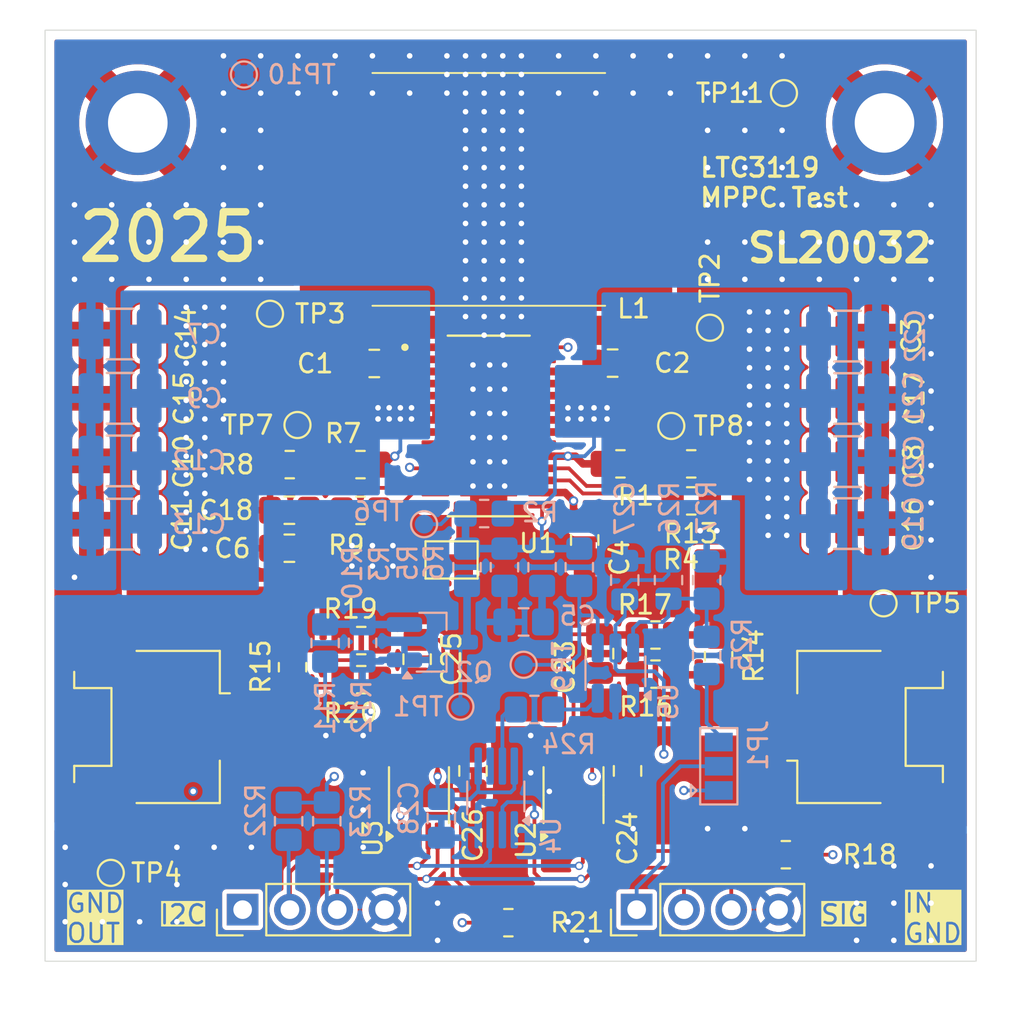
<source format=kicad_pcb>
(kicad_pcb (version 20241229) (generator "pcbnew") (generator_version "9.0")
  (layers (0 "F.Cu" signal) (4 "In1.Cu" signal) (6 "In2.Cu" signal) (2 "B.Cu" signal) (13 "F.Paste" user) (15 "B.Paste" user) (5 "F.SilkS" user "F.Silkscreen") (7 "B.SilkS" user "B.Silkscreen") (1 "F.Mask" user) (3 "B.Mask" user) (25 "Edge.Cuts" user))
  (net 0 "")
  (net 1 "Net-(C1-Pad1)")
  (net 2 "Net-(U1-BST2)")
  (net 3 "Net-(C2-Pad2)")
  (net 4 "Net-(U1-BST1)")
  (net 5 "/V_IN-")
  (net 6 "GND")
  (net 7 "Net-(U1-PWM{slash}SYNC)")
  (net 8 "Net-(C5-Pad1)")
  (net 9 "Net-(C18-Pad1)")
  (net 10 "/VOUT+")
  (net 11 "Net-(U2-Vin-)")
  (net 12 "+3V3")
  (net 13 "Net-(U3-Vin-)")
  (net 14 "/SDA")
  (net 15 "/SCL")
  (net 16 "/MPPC_CTRL")
  (net 17 "/ALERT_OUT")
  (net 18 "/ALERT_IN")
  (net 19 "/V_IN")
  (net 20 "/VOUT")
  (net 21 "/MPPC_CTRL_ANALOG")
  (net 22 "/MPPC_CTRL_DIGITAL")
  (net 23 "Net-(U1-RUN)")
  (net 24 "Net-(U1-MPPC)")
  (net 25 "Net-(U1-RT)")
  (net 26 "/MPPC_CTRL_VOLTAGE")
  (net 27 "Net-(U1-FB)")
  (net 28 "Net-(U1-VC)")
  (net 29 "Net-(U4-VOUT)")
  (net 30 "Net-(R24-Pad2)")
  (net 31 "Net-(R25-Pad2)")
  (net 38 "GNDPWR")
  (net 39 "Net-(Q2-D)")
  (net 40 "Net-(Q2-G)")
  (net 41 "Net-(U2-Vbus)")
  (net 42 "Net-(U3-Vbus)")
  (footprint "Resistor_SMD:R_0805_2012Metric_Pad1.20x1.40mm_HandSolder" (layer "F.Cu") (at 149.62 96.7)
    (property "Reference" "R4")
    (property "Value" "200k")
  )
  (footprint "TestPoint:TestPoint_Pad_D1.0mm" (layer "F.Cu") (at 127 86.65)
    (property "Reference" "TP3")
    (property "Value" "TestPoint")
  )
  (footprint "Capacitor_SMD:C_0805_2012Metric_Pad1.18x1.45mm_HandSolder" (layer "F.Cu") (at 144.7 104.9 90)
    (property "Reference" "C23")
    (property "Value" "100nF")
  )
  (footprint "Capacitor_SMD:C_1210_3225Metric_Pad1.33x2.70mm_HandSolder" (layer "F.Cu") (at 118.95 91.19)
    (property "Reference" "C15")
    (property "Value" "22uF")
  )
  (footprint "Capacitor_SMD:C_1210_3225Metric_Pad1.33x2.70mm_HandSolder" (layer "F.Cu") (at 158.0175 91.2 180)
    (property "Reference" "C17")
    (property "Value" "22uF")
  )
  (footprint "Resistor_SMD:R_0805_2012Metric_Pad1.20x1.40mm_HandSolder" (layer "F.Cu") (at 128.06 94.75 180)
    (property "Reference" "R8")
    (property "Value" "10k")
  )
  (footprint "Resistor_SMD:R_0805_2012Metric_Pad1.20x1.40mm_HandSolder" (layer "F.Cu") (at 149.62 94.71)
    (property "Reference" "R13")
    (property "Value" "10k")
  )
  (footprint "Resistor_SMD:R_0805_2012Metric_Pad1.20x1.40mm_HandSolder" (layer "F.Cu") (at 145.82 94.71)
    (property "Reference" "R1")
    (property "Value" "26k7")
  )
  (footprint "Capacitor_SMD:C_0805_2012Metric_Pad1.18x1.45mm_HandSolder" (layer "F.Cu") (at 137.9 111.2 90)
    (property "Reference" "C26")
    (property "Value" "100nF")
  )
  (footprint "Resistor_SMD:R_0805_2012Metric_Pad1.20x1.40mm_HandSolder" (layer "F.Cu") (at 131.86 94.75 180)
    (property "Reference" "R7")
    (property "Value" "42k2")
  )
  (footprint "Resistor_SMD:R_0805_2012Metric_Pad1.20x1.40mm_HandSolder" (layer "F.Cu") (at 131.9 106.3)
    (property "Reference" "R20")
    (property "Value" "10")
  )
  (footprint "Resistor_SMD:R_0805_2012Metric_Pad1.20x1.40mm_HandSolder" (layer "F.Cu") (at 147.7 103.9 180)
    (property "Reference" "R17")
    (property "Value" "10")
  )
  (footprint "Connector_PinHeader_2.54mm:PinHeader_1x04_P2.54mm_Vertical" (layer "F.Cu") (at 125.53 118.65 90)
    (property "Reference" "J1" (hide yes))
    (property "Value" "I2C")
  )
  (footprint "Capacitor_SMD:C_1210_3225Metric_Pad1.33x2.70mm_HandSolder" (layer "F.Cu") (at 158.0075 97.92 180)
    (property "Reference" "C16")
    (property "Value" "22uF")
  )
  (footprint "Resistor_SMD:R_0805_2012Metric_Pad1.20x1.40mm_HandSolder" (layer "F.Cu") (at 139.8 119.35 180)
    (property "Reference" "R21")
    (property "Value" "10k")
  )
  (footprint "Resistor_SMD:R_0805_2012Metric_Pad1.20x1.40mm_HandSolder" (layer "F.Cu") (at 128.21 105.63 90)
    (property "Reference" "R15")
    (property "Value" "20 mOhm")
  )
  (footprint "Capacitor_SMD:C_1210_3225Metric_Pad1.33x2.70mm_HandSolder" (layer "F.Cu") (at 158.0175 87.85 180)
    (property "Reference" "C3")
    (property "Value" "22uF")
  )
  (footprint "TestPoint:TestPoint_Pad_D1.0mm" (layer "F.Cu") (at 154.6 74.8)
    (property "Reference" "TP11")
    (property "Value" "TestPoint")
  )
  (footprint "Capacitor_SMD:C_0805_2012Metric_Pad1.18x1.45mm_HandSolder" (layer "F.Cu") (at 143.9 98.8 -90)
    (property "Reference" "C4")
    (property "Value" "4u7")
  )
  (footprint "Resistor_SMD:R_0805_2012Metric_Pad1.20x1.40mm_HandSolder" (layer "F.Cu") (at 151.09 105.04 -90)
    (property "Reference" "R14")
    (property "Value" "20 mOhm")
  )
  (footprint "Capacitor_SMD:C_0805_2012Metric_Pad1.18x1.45mm_HandSolder" (layer "F.Cu") (at 128.04 97.2 180)
    (property "Reference" "C18")
    (property "Value" "220p")
  )
  (footprint "Jumper:SolderJumper-2_P1.3mm_Bridged_Pad1.0x1.5mm" (layer "F.Cu") (at 136.75 99.87 180)
    (property "Reference" "JP2" (hide yes))
    (property "Value" "GND BRIGDE")
  )
  (footprint "Resistor_SMD:R_0805_2012Metric_Pad1.20x1.40mm_HandSolder" (layer "F.Cu") (at 131.9 104.2)
    (property "Reference" "R19")
    (property "Value" "10")
  )
  (footprint "Capacitor_SMD:C_1210_3225Metric_Pad1.33x2.70mm_HandSolder" (layer "F.Cu") (at 158.0175 94.59 180)
    (property "Reference" "C8")
    (property "Value" "22uF")
  )
  (footprint "MountingHole:MountingHole_3.2mm_M3_DIN965_Pad" (layer "F.Cu") (at 160 76.4)
    (property "Reference" "H1" (hide yes))
    (property "Value" "MountingHole_Pad")
  )
  (footprint "Resistor_SMD:R_0805_2012Metric_Pad1.20x1.40mm_HandSolder" (layer "F.Cu") (at 154.7 115.7)
    (property "Reference" "R18")
    (property "Value" "10k")
  )
  (footprint "Resistor_SMD:R_0805_2012Metric_Pad1.20x1.40mm_HandSolder" (layer "F.Cu") (at 131.86 97.21 180)
    (property "Reference" "R9")
    (property "Value" "76k8")
  )
  (footprint "Capacitor_SMD:C_1210_3225Metric_Pad1.33x2.70mm_HandSolder" (layer "F.Cu") (at 118.95 87.74)
    (property "Reference" "C14")
    (property "Value" "22uF")
  )
  (footprint "footprints:SOP65P640X120-29N" (layer "F.Cu") (at 138.745 92.675)
    (property "Reference" "U1")
    (property "Value" "LTC3119EFE_PBF")
  )
  (footprint "Capacitor_SMD:C_0805_2012Metric_Pad1.18x1.45mm_HandSolder" (layer "F.Cu") (at 145.4 89.3)
    (property "Reference" "C2")
    (property "Value" "100n")
  )
  (footprint "Capacitor_SMD:C_1210_3225Metric_Pad1.33x2.70mm_HandSolder" (layer "F.Cu") (at 118.95 94.55)
    (property "Reference" "C10")
    (property "Value" "22uF")
  )
  (footprint "Connector_Molex:Molex_Pico-Lock_205338-0002_1x02-1MP_P2.00mm_Horizontal" (layer "F.Cu") (at 120.76 108.84 -90)
    (property "Reference" "J4" (hide yes))
    (property "Value" "OUT")
  )
  (footprint "Capacitor_SMD:C_1210_3225Metric_Pad1.33x2.70mm_HandSolder" (layer "F.Cu") (at 118.97 97.95)
    (property "Reference" "C11")
    (property "Value" "22uF")
  )
  (footprint "Capacitor_SMD:C_0805_2012Metric_Pad1.18x1.45mm_HandSolder" (layer "F.Cu") (at 128.04 99.24 180)
    (property "Reference" "C6")
    (property "Value" "220p")
  )
  (footprint "Connector_PinHeader_2.54mm:PinHeader_1x04_P2.54mm_Vertical" (layer "F.Cu") (at 146.69 118.65 90)
    (property "Reference" "J2" (hide yes))
    (property "Value" "CTRL")
  )
  (footprint "TestPoint:TestPoint_Pad_D1.0mm" (layer "F.Cu") (at 150.625 87.4)
    (property "Reference" "TP2")
    (property "Value" "TestPoint")
  )
  (footprint "TestPoint:TestPoint_Pad_D1.0mm" (layer "F.Cu") (at 159.95 102.2)
    (property "Reference" "TP5")
    (property "Value" "TestPoint")
  )
  (footprint "footprints:SRR1280A101M" (layer "F.Cu") (at 138.75 79.97 -90)
    (property "Reference" "L1")
    (property "Value" "4u7")
  )
  (footprint "Capacitor_SMD:C_0805_2012Metric_Pad1.18x1.45mm_HandSolder" (layer "F.Cu") (at 134.9 105.2 -90)
    (property "Reference" "C25")
    (property "Value" "100nF")
  )
  (footprint "Package_SO:VSSOP-10_3x3mm_P0.5mm" (layer "F.Cu") (at 143.3 112.5 90)
    (property "Reference" "U2")
    (property "Value" "INA226")
  )
  (footprint "Package_SO:VSSOP-10_3x3mm_P0.5mm" (layer "F.Cu") (at 135 112.5 90)
    (property "Reference" "U3")
    (property "Value" "INA226")
  )
  (footprint "Capacitor_SMD:C_0805_2012Metric_Pad1.18x1.45mm_HandSolder" (layer "F.Cu") (at 146.2 111.2 90)
    (property "Reference" "C24")
    (property "Value" "100nF")
  )
  (footprint "TestPoint:TestPoint_Pad_D1.0mm" (layer "F.Cu") (at 128.475 92.625)
    (property "Reference" "TP7")
    (property "Value" "TestPoint")
  )
  (footprint "Resistor_SMD:R_0805_2012Metric_Pad1.20x1.40mm_HandSolder" (layer "F.Cu") (at 147.7 106 180)
    (property "Reference" "R16")
    (property "Value" "10")
  )
  (footprint "TestPoint:TestPoint_Pad_D1.0mm" (layer "F.Cu") (at 148.55 92.675)
    (property "Reference" "TP8")
    (property "Value" "TestPoint")
  )
  (footprint "Capacitor_SMD:C_0805_2012Metric_Pad1.18x1.45mm_HandSolder" (layer "F.Cu") (at 132.6 89.32)
    (property "Reference" "C1")
    (property "Value" "100n")
  )
  (footprint "Connector_Molex:Molex_Pico-Lock_205338-0002_1x02-1MP_P2.00mm_Horizontal" (layer "F.Cu") (at 158.86 108.84 90)
    (property "Reference" "J3" (hide yes))
    (property "Value" "IN")
  )
  (footprint "TestPoint:TestPoint_Pad_D1.0mm" (layer "F.Cu") (at 118.45 116.675)
    (property "Reference" "TP4")
    (property "Value" "TestPoint")
  )
  (footprint "MountingHole:MountingHole_3.2mm_M3_DIN965_Pad" (layer "F.Cu") (at 119.9 76.4)
    (property "Reference" "H2" (hide yes))
    (property "Value" "MountingHole_Pad")
  )
  (footprint "Resistor_SMD:R_0805_2012Metric_Pad1.20x1.40mm_HandSolder" (layer "B.Cu") (at 150.45 105 90)
    (property "Reference" "R25")
    (property "Value" "10")
  )
  (footprint "Resistor_SMD:R_0805_2012Metric_Pad1.20x1.40mm_HandSolder" (layer "B.Cu") (at 130.05 113.9 -90)
    (property "Reference" "R23")
    (property "Value" "10k")
  )
  (footprint "Resistor_SMD:R_0805_2012Metric_Pad1.20x1.40mm_HandSolder" (layer "B.Cu") (at 128 113.9 -90)
    (property "Reference" "R22")
    (property "Value" "10k")
  )
  (footprint "Jumper:SolderJumper-3_P1.3mm_Open_Pad1.0x1.5mm" (layer "B.Cu") (at 151.1 110.95 90)
    (property "Reference" "JP1")
    (property "Value" "SolderJumper_3_Open")
  )
  (footprint "Capacitor_SMD:C_1210_3225Metric_Pad1.33x2.70mm_HandSolder" (layer "B.Cu") (at 158.01 97.92 180)
    (property "Reference" "C19")
    (property "Value" "22uF")
  )
  (footprint "Capacitor_SMD:C_1210_3225Metric_Pad1.33x2.70mm_HandSolder" (layer "B.Cu") (at 158.02 94.59 180)
    (property "Reference" "C20")
    (property "Value" "22uF")
  )
  (footprint "TestPoint:TestPoint_Pad_D1.0mm" (layer "B.Cu") (at 135.275 97.95)
    (property "Reference" "TP6")
    (property "Value" "TestPoint")
  )
  (footprint "Resistor_SMD:R_0805_2012Metric_Pad1.20x1.40mm_HandSolder" (layer "B.Cu") (at 141.61 100.26 -90)
    (property "Reference" "R5")
    (property "Value" "2k94")
  )
  (footprint "Capacitor_SMD:C_0805_2012Metric_Pad1.18x1.45mm_HandSolder" (layer "B.Cu") (at 146.05 100.95 90)
    (property "Reference" "C27")
    (property "Value" "100n")
  )
  (footprint "Resistor_SMD:R_0805_2012Metric_Pad1.20x1.40mm_HandSolder" (layer "B.Cu") (at 150.45 100.95 90)
    (property "Reference" "R27")
    (property "Value" "10k")
  )
  (footprint "Resistor_SMD:R_0805_2012Metric_Pad1.20x1.40mm_HandSolder" (layer "B.Cu") (at 139.59 100.26 -90)
    (property "Reference" "R3")
    (property "Value" "50k")
  )
  (footprint "Resistor_SMD:R_0805_2012Metric_Pad1.20x1.40mm_HandSolder" (layer "B.Cu") (at 138.5 97.38 180)
    (property "Reference" "R2")
    (property "Value" "294k")
  )
  (footprint "Resistor_SMD:R_0805_2012Metric_Pad1.20x1.40mm_HandSolder" (layer "B.Cu") (at 148.4 100.95 -90)
    (property "Reference" "R26")
    (property "Value" "10k")
  )
  (footprint "Resistor_SMD:R_0805_2012Metric_Pad1.20x1.40mm_HandSolder" (layer "B.Cu") (at 143.61 100.26 -90)
    (property "Reference" "R6")
    (property "Value" "470k")
  )
  (footprint "Capacitor_SMD:C_1210_3225Metric_Pad1.33x2.70mm_HandSolder" (layer "B.Cu") (at 158.02 87.85 180)
    (property "Reference" "C22")
    (property "Value" "22uF")
  )
  (footprint "Capacitor_SMD:C_1210_3225Metric_Pad1.33x2.70mm_HandSolder" (layer "B.Cu") (at 118.97 97.95)
    (property "Reference" "C13")
    (property "Value" "22uF")
  )
  (footprint "Capacitor_SMD:C_0805_2012Metric_Pad1.18x1.45mm_HandSolder" (layer "B.Cu") (at 136.2 113.75 -90)
    (property "Reference" "C28")
    (property "Value" "100n")
  )
  (footprint "Resistor_SMD:R_0805_2012Metric_Pad1.20x1.40mm_HandSolder" (layer "B.Cu") (at 141.2 107.9)
    (property "Reference" "R24")
    (property "Value" "10")
  )
  (footprint "Capacitor_SMD:C_1210_3225Metric_Pad1.33x2.70mm_HandSolder" (layer "B.Cu") (at 158.02 91.2 180)
    (property "Reference" "C21")
    (property "Value" "22uF")
  )
  (footprint "TestPoint:TestPoint_Pad_D1.0mm" (layer "B.Cu") (at 140.62 105.5)
    (property "Reference" "TP9")
    (property "Value" "TestPoint")
  )
  (footprint "Package_TO_SOT_SMD:SOT-23_Handsoldering" (layer "B.Cu") (at 135.72 104.2875)
    (property "Reference" "Q2")
    (property "Value" "Q_NMOS_Depletion_SGD")
  )
  (footprint "TestPoint:TestPoint_Pad_D1.0mm" (layer "B.Cu") (at 125.6 73.8)
    (property "Reference" "TP10")
    (property "Value" "TestPoint")
  )
  (footprint "Capacitor_SMD:C_1210_3225Metric_Pad1.33x2.70mm_HandSolder" (layer "B.Cu") (at 118.95 94.55)
    (property "Reference" "C12")
    (property "Value" "22uF")
  )
  (footprint "Capacitor_SMD:C_1210_3225Metric_Pad1.33x2.70mm_HandSolder" (layer "B.Cu") (at 118.95 87.74)
    (property "Reference" "C7")
    (property "Value" "22uF")
  )
  (footprint "Package_TO_SOT_SMD:TSOT-23-8_HandSoldering" (layer "B.Cu") (at 139.15 112.65 90)
    (property "Reference" "U4")
    (property "Value" "LTC2631CTS8-LM12")
  )
  (footprint "Resistor_SMD:R_0805_2012Metric_Pad1.20x1.40mm_HandSolder" (layer "B.Cu") (at 131.97 104.32 -90)
    (property "Reference" "R12")
    (property "Value" "10k")
  )
  (footprint "Capacitor_SMD:C_1210_3225Metric_Pad1.33x2.70mm_HandSolder" (layer "B.Cu") (at 118.95 91.19)
    (property "Reference" "C9")
    (property "Value" "22uF")
  )
  (footprint "Resistor_SMD:R_0805_2012Metric_Pad1.20x1.40mm_HandSolder" (layer "B.Cu") (at 137.58 100.26 -90)
    (property "Reference" "R10")
    (property "Value" "1M")
  )
  (footprint "Package_TO_SOT_SMD:SOT-23-6_Handsoldering" (layer "B.Cu") (at 145.55 105.95 90)
    (property "Reference" "U5")
    (property "Value" "74LVC1G3157")
  )
  (footprint "Resistor_SMD:R_0805_2012Metric_Pad1.20x1.40mm_HandSolder" (layer "B.Cu") (at 129.96 104.33 90)
    (property "Reference" "R11")
    (property "Value" "10")
  )
  (footprint "Capacitor_SMD:C_0805_2012Metric_Pad1.18x1.45mm_HandSolder" (layer "B.Cu") (at 140.62 103.2 180)
    (property "Reference" "C5")
    (property "Value" "10n")
  )
  (footprint "TestPoint:TestPoint_Pad_D1.0mm" (layer "B.Cu") (at 137.225 107.75)
    (property "Reference" "TP1")
    (property "Value" "TestPoint")
  )
  (gr_rect (start 114.92 71.42) (end 164.92 121.42) (stroke (width 0.05)) (fill no) (layer "Edge.Cuts"))
  (gr_text "SL20032" (at 152.5 84 0) (layer "F.SilkS") (effects (font (size 1.5 1.5) (thickness 0.3) (bold yes)) (justify left bottom)))
  (gr_text "IN\nGND" (at 161 120.5 0) (layer "F.SilkS" knockout) (effects (font (size 1 1) (thickness 0.14)) (justify left bottom)))
  (gr_text "SIG" (at 156.5 119.5 0) (layer "F.SilkS" knockout) (effects (font (size 1 1)) (justify left bottom)))
  (gr_text "2025" (at 116.5 84 0) (layer "F.SilkS") (effects (font (size 2.5 2.5) (thickness 0.4)) (justify left bottom)))
  (gr_text "LTC3119 \nMPPC Test" (at 150 81 0) (layer "F.SilkS") (effects (font (size 1 1) (thickness 0.18) (bold yes)) (justify left bottom)))
  (gr_text "I2C" (at 121 119.5 0) (layer "F.SilkS" knockout) (effects (font (size 1 1)) (justify left bottom)))
  (gr_text "GND\nOUT" (at 116 120.5 0) (layer "F.SilkS" knockout) (effects (font (size 1 1) (thickness 0.14)) (justify left bottom)))
  (segment (start 134.0675 89.75) (end 133.6375 89.32) (width 0.4064) (layer "F.Cu") (net 2))
  (segment (start 135.88 89.75) (end 134.0675 89.75) (width 0.4064) (layer "F.Cu") (net 2))
  (segment (start 143.9125 89.75) (end 144.3625 89.3) (width 0.4064) (layer "F.Cu") (net 4))
  (segment (start 141.61 89.75) (end 143.9125 89.75) (width 0.4064) (layer "F.Cu") (net 4))
  (segment (start 148.7 103.9) (end 150.95 103.9) (width 0.4064) (layer "F.Cu") (net 5))
  (segment (start 141.61 94.3) (end 143 94.3) (width 0.4064) (layer "F.Cu") (net 5))
  (segment (start 143 94.3) (end 143.4 94.3) (width 0.4064) (layer "F.Cu") (net 5))
  (segment (start 143.4 94.3) (end 143.81 94.71) (width 0.4064) (layer "F.Cu") (net 5))
  (segment (start 150.95 103.9) (end 151.09 104.04) (width 0.4064) (layer "F.Cu") (net 5))
  (segment (start 143.81 94.71) (end 144.82 94.71) (width 0.4064) (layer "F.Cu") (net 5))
  (via (at 143 94.3) (size 0.5) (drill 0.3) (layers "F.Cu" "B.Cu") (net 5))
  (via (at 154.75 95.55) (size 0.5) (drill 0.3) (layers "F.Cu" "B.Cu") (net 5))
  (via (at 154.75 90.55) (size 0.5) (drill 0.3) (layers "F.Cu" "B.Cu") (net 5))
  (via (at 154.75 96.55) (size 0.5) (drill 0.3) (layers "F.Cu" "B.Cu") (net 5))
  (via (at 145.1 91.7) (size 0.5) (drill 0.3) (layers "F.Cu" "B.Cu") (net 5))
  (via (at 154.75 91.55) (size 0.5) (drill 0.3) (layers "F.Cu" "B.Cu") (net 5))
  (via (at 153.75 86.55) (size 0.5) (drill 0.3) (layers "F.Cu" "B.Cu") (net 5))
  (via (at 154.75 98.55) (size 0.5) (drill 0.3) (layers "F.Cu" "B.Cu") (net 5))
  (via (at 152.75 87.55) (size 0.5) (drill 0.3) (layers "F.Cu" "B.Cu") (net 5))
  (via (at 154.75 87.55) (size 0.5) (drill 0.3) (layers "F.Cu" "B.Cu") (net 5))
  (via (at 143 92.3) (size 0.5) (drill 0.3) (layers "F.Cu" "B.Cu") (net 5))
  (via (at 152.75 86.55) (size 0.5) (drill 0.3) (layers "F.Cu" "B.Cu") (net 5))
  (via (at 152.75 91.55) (size 0.5) (drill 0.3) (layers "F.Cu" "B.Cu") (net 5))
  (via (at 153.75 98.55) (size 0.5) (drill 0.3) (layers "F.Cu" "B.Cu") (net 5))
  (via (at 152.75 88.55) (size 0.5) (drill 0.3) (layers "F.Cu" "B.Cu") (net 5))
  (via (at 153.75 96.55) (size 0.5) (drill 0.3) (layers "F.Cu" "B.Cu") (net 5))
  (via (at 153.75 95.55) (size 0.5) (drill 0.3) (layers "F.Cu" "B.Cu") (net 5))
  (via (at 143.7 92.3) (size 0.5) (drill 0.3) (layers "F.Cu" "B.Cu") (net 5))
  (via (at 153.75 88.55) (size 0.5) (drill 0.3) (layers "F.Cu" "B.Cu") (net 5))
  (via (at 152.75 90.55) (size 0.5) (drill 0.3) (layers "F.Cu" "B.Cu") (net 5))
  (via (at 144.4 92.3) (size 0.5) (drill 0.3) (layers "F.Cu" "B.Cu") (net 5))
  (via (at 153.75 97.55) (size 0.5) (drill 0.3) (layers "F.Cu" "B.Cu") (net 5))
  (via (at 154.75 88.55) (size 0.5) (drill 0.3) (layers "F.Cu" "B.Cu") (net 5))
  (via (at 154.75 93.55) (size 0.5) (drill 0.3) (layers "F.Cu" "B.Cu") (net 5))
  (via (at 143 91.7) (size 0.5) (drill 0.3) (layers "F.Cu" "B.Cu") (net 5))
  (via (at 144.4 91.7) (size 0.5) (drill 0.3) (layers "F.Cu" "B.Cu") (net 5))
  (via (at 153.75 93.55) (size 0.5) (drill 0.3) (layers "F.Cu" "B.Cu") (net 5))
  (via (at 153.75 90.55) (size 0.5) (drill 0.3) (layers "F.Cu" "B.Cu") (net 5))
  (via (at 153.75 94.55) (size 0.5) (drill 0.3) (layers "F.Cu" "B.Cu") (net 5))
  (via (at 152.75 93.55) (size 0.5) (drill 0.3) (layers "F.Cu" "B.Cu") (net 5))
  (via (at 153.75 87.55) (size 0.5) (drill 0.3) (layers "F.Cu" "B.Cu") (net 5))
  (via (at 152.75 94.55) (size 0.5) (drill 0.3) (layers "F.Cu" "B.Cu") (net 5))
  (via (at 152.75 89.55) (size 0.5) (drill 0.3) (layers "F.Cu" "B.Cu") (net 5))
  (via (at 154.75 92.55) (size 0.5) (drill 0.3) (layers "F.Cu" "B.Cu") (net 5))
  (via (at 145.1 92.3) (size 0.5) (drill 0.3) (layers "F.Cu" "B.Cu") (net 5))
  (via (at 154.75 86.55) (size 0.5) (drill 0.3) (layers "F.Cu" "B.Cu") (net 5))
  (via (at 154.75 94.55) (size 0.5) (drill 0.3) (layers "F.Cu" "B.Cu") (net 5))
  (via (at 152.75 95.55) (size 0.5) (drill 0.3) (layers "F.Cu" "B.Cu") (net 5))
  (via (at 154.75 97.55) (size 0.5) (drill 0.3) (layers "F.Cu" "B.Cu") (net 5))
  (via (at 153.75 92.55) (size 0.5) (drill 0.3) (layers "F.Cu" "B.Cu") (net 5))
  (via (at 153.75 91.55) (size 0.5) (drill 0.3) (layers "F.Cu" "B.Cu") (net 5))
  (via (at 154.75 89.55) (size 0.5) (drill 0.3) (layers "F.Cu" "B.Cu") (net 5))
  (via (at 153.75 89.55) (size 0.5) (drill 0.3) (layers "F.Cu" "B.Cu") (net 5))
  (via (at 152.75 92.55) (size 0.5) (drill 0.3) (layers "F.Cu" "B.Cu") (net 5))
  (via (at 143.7 91.7) (size 0.5) (drill 0.3) (layers "F.Cu" "B.Cu") (net 5))
  (segment (start 141.8 96.8) (end 142.3 96.3) (width 0.2) (layer "B.Cu") (net 5))
  (segment (start 142.4 94.3) (end 143 94.3) (width 0.2) (layer "B.Cu") (net 5))
  (segment (start 139.9 96.8) (end 141.8 96.8) (width 0.2) (layer "B.Cu") (net 5))
  (segment (start 143 94.3) (end 143.9 94.3) (width 0.2032) (layer "B.Cu") (net 5))
  (segment (start 139.5 97.2) (end 139.9 96.8) (width 0.2) (layer "B.Cu") (net 5))
  (segment (start 142.3 96.3) (end 142.3 94.4) (width 0.2) (layer "B.Cu") (net 5))
  (segment (start 139.5 97.38) (end 139.5 97.2) (width 0.2) (layer "B.Cu") (net 5))
  (segment (start 142.3 94.4) (end 142.4 94.3) (width 0.2) (layer "B.Cu") (net 5))
  (segment (start 143.9 94.3) (end 144.4 93.8) (width 0.2032) (layer "B.Cu") (net 5))
  (segment (start 144.4 93.8) (end 144.4 92.3) (width 0.2032) (layer "B.Cu") (net 5))
  (segment (start 134.3 115.8) (end 133.9 115.8) (width 0.2) (layer "F.Cu") (net 6))
  (segment (start 134.549 113.551) (end 134.9 113.2) (width 0.2) (layer "F.Cu") (net 6))
  (segment (start 143.751 110.349) (end 143.751 111.107824) (width 0.2) (layer "F.Cu") (net 6))
  (segment (start 143.751 111.107824) (end 143.7026 111.156224) (width 0.2) (layer "F.Cu") (net 6))
  (segment (start 143.7026 111.366762) (end 143.6 111.469362) (width 0.2) (layer "F.Cu") (net 6))
  (segment (start 143.6 111.469362) (end 143.6 111.8) (width 0.2) (layer "F.Cu") (net 6))
  (segment (start 134.5 114.7) (end 134.5 115.6) (width 0.2) (layer "F.Cu") (net 6))
  (segment (start 143.7026 111.156224) (end 143.7026 111.366762) (width 0.2) (layer "F.Cu") (net 6))
  (segment (start 134.5 115.6) (end 134.3 115.8) (width 0.2) (layer "F.Cu") (net 6))
  (segment (start 134.5 114.7) (end 134.549 114.651) (width 0.2) (layer "F.Cu") (net 6))
  (segment (start 143.6 111.8) (end 143.5 111.9) (width 0.2) (layer "F.Cu") (net 6))
  (segment (start 134.549 114.651) (end 134.549 113.551) (width 0.2) (layer "F.Cu") (net 6))
  (segment (start 143.8 110.3) (end 143.751 110.349) (width 0.2) (layer "F.Cu") (net 6))
  (via (at 150.5 114.3) (size 0.5) (drill 0.3) (layers "F.Cu" "B.Cu") (net 6))
  (via (at 162.5 118.3) (size 0.5) (drill 0.3) (layers "F.Cu" "B.Cu") (net 6))
  (via (at 151 98.3) (size 0.5) (drill 0.3) (layers "F.Cu" "B.Cu") (net 6))
  (via (at 122 117.3) (size 0.5) (drill 0.3) (layers "F.Cu" "B.Cu") (net 6))
  (via (at 116 117.3) (size 0.5) (drill 0.3) (layers "F.Cu" "B.Cu") (net 6))
  (via (at 130 109.3) (size 0.5) (drill 0.3) (layers "F.Cu" "B.Cu") (net 6))
  (via (at 158.5 118.3) (size 0.5) (drill 0.3) (layers "F.Cu" "B.Cu") (net 6))
  (via (at 143 119.3) (size 0.5) (drill 0.3) (layers "F.Cu" "B.Cu") (net 6))
  (via (at 160.5 116.3) (size 0.5) (drill 0.3) (layers "F.Cu" "B.Cu") (net 6))
  (via (at 158.5 120.3) (size 0.5) (drill 0.3) (layers "F.Cu" "B.Cu") (net 6))
  (via (at 158.5 116.3) (size 0.5) (drill 0.3) (layers "F.Cu" "B.Cu") (net 6))
  (via (at 132.5 99.1) (size 0.5) (drill 0.3) (layers "F.Cu" "B.Cu") (net 6))
  (via (at 160.5 120.3) (size 0.5) (drill 0.3) (layers "F.Cu" "B.Cu") (net 6))
  (via (at 136 118.3) (size 0.5) (drill 0.3) (layers "F.Cu" "B.Cu") (net 6))
  (via (at 122 115.3) (size 0.5) (drill 0.3) (layers "F.Cu" "B.Cu") (net 6))
  (via (at 132 111.3) (size 0.5) (drill 0.3) (layers "F.Cu" "B.Cu") (net 6))
  (via (at 118 119.3) (size 0.5) (drill 0.3) (layers "F.Cu" "B.Cu") (net 6))
  (via (at 132 115.3) (size 0.5) (drill 0.3) (layers "F.Cu" "B.Cu") (net 6))
  (via (at 162.5 116.3) (size 0.5) (drill 0.3) (layers "F.Cu" "B.Cu") (net 6))
  (via (at 116 119.3) (size 0.5) (drill 0.3) (layers "F.Cu" "B.Cu") (net 6))
  (via (at 133.6 99.1) (size 0.5) (drill 0.3) (layers "F.Cu" "B.Cu") (net 6))
  (via (at 122 119.3) (size 0.5) (drill 0.3) (layers "F.Cu" "B.Cu") (net 6))
  (via (at 120 119.3) (size 0.5) (drill 0.3) (layers "F.Cu" "B.Cu") (net 6))
  (via (at 124 115.3) (size 0.5) (drill 0.3) (layers "F.Cu" "B.Cu") (net 6))
  (via (at 152.5 114.3) (size 0.5) (drill 0.3) (layers "F.Cu" "B.Cu") (net 6))
  (via (at 144 120.3) (size 0.5) (drill 0.3) (layers "F.Cu" "B.Cu") (net 6))
  (via (at 116 115.3) (size 0.5) (drill 0.3) (layers "F.Cu" "B.Cu") (net 6))
  (via (at 162.5 120.3) (size 0.5) (drill 0.3) (layers "F.Cu" "B.Cu") (net 6))
  (via (at 141 111.3) (size 0.5) (drill 0.3) (layers "F.Cu" "B.Cu") (net 6))
  (via (at 146.5 114.3) (size 0.5) (drill 0.3) (layers "F.Cu" "B.Cu") (net 6))
  (via (at 131.4 100.2) (size 0.5) (drill 0.3) (layers "F.Cu" "B.Cu") (net 6))
  (via (at 142 112.3) (size 0.5) (drill 0.3) (layers "F.Cu" "B.Cu") (net 6))
  (via (at 141 109.3) (size 0.5) (drill 0.3) (layers "F.Cu" "B.Cu") (net 6))
  (via (at 126 115.3) (size 0.5) (drill 0.3) (layers "F.Cu" "B.Cu") (net 6))
  (via (at 132 109.3) (size 0.5) (drill 0.3) (layers "F.Cu" "B.Cu") (net 6))
  (via (at 132.5 100.2) (size 0.5) (drill 0.3) (layers "F.Cu" "B.Cu") (net 6))
  (via (at 160.5 118.3) (size 0.5) (drill 0.3) (layers "F.Cu" "B.Cu") (net 6))
  (via (at 132 113.3) (size 0.5) (drill 0.3) (layers "F.Cu" "B.Cu") (net 6))
  (via (at 133.6 100.2) (size 0.5) (drill 0.3) (layers "F.Cu" "B.Cu") (net 6))
  (via (at 136 120.3) (size 0.5) (drill 0.3) (layers "F.Cu" "B.Cu") (net 6))
  (via (at 150.1 98.3) (size 0.5) (drill 0.3) (layers "F.Cu" "B.Cu") (net 6))
  (via (at 131.4 99.1) (size 0.5) (drill 0.3) (layers "F.Cu" "B.Cu") (net 6))
  (segment (start 143.3 97.1625) (end 143.9 97.7625) (width 0.4064) (layer "F.Cu") (net 7))
  (segment (start 135.88 94.95) (end 134.55 94.95) (width 0.2) (layer "F.Cu") (net 7))
  (segment (start 134.55 94.95) (end 134.5 94.9) (width 0.2) (layer "F.Cu") (net 7))
  (segment (start 142.85 96.25) (end 143.05 96.45) (width 0.4064) (layer "F.Cu") (net 7))
  (segment (start 143.3 96.7) (end 143.3 97.1625) (width 0.4064) (layer "F.Cu") (net 7))
  (segment (start 141.61 96.25) (end 142.85 96.25) (width 0.4064) (layer "F.Cu") (net 7))
  (segment (start 141.61 88.45) (end 143 88.45) (width 0.2) (layer "F.Cu") (net 7))
  (segment (start 143.05 96.45) (end 143.3 96.7) (width 0.4064) (layer "F.Cu") (net 7))
  (via (at 134.5 94.9) (size 0.5) (drill 0.3) (layers "F.Cu" "B.Cu") (net 7))
  (via (at 143 88.45) (size 0.5) (drill 0.3) (layers "F.Cu" "B.Cu") (net 7))
  (via (at 143.3 96.7) (size 0.5) (drill 0.3) (layers "F.Cu" "B.Cu") (net 7))
  (segment (start 134.55 94.95) (end 134.5 94.9) (width 0.2) (layer "B.Cu") (net 7))
  (segment (start 141.61 101.26) (end 141.61 103.1525) (width 0.4064) (layer "B.Cu") (net 8))
  (segment (start 141.61 103.1525) (end 141.6575 103.2) (width 0.4064) (layer "B.Cu") (net 8))
  (segment (start 129.0775 97.2) (end 130.85 97.2) (width 0.4064) (layer "F.Cu") (net 9))
  (segment (start 129.0775 97.2) (end 129.0775 99.24) (width 0.4064) (layer "F.Cu") (net 9))
  (segment (start 130.85 97.2) (end 130.86 97.21) (width 0.4064) (layer "F.Cu") (net 9))
  (segment (start 128.21 104.63) (end 130.47 104.63) (width 0.4064) (layer "F.Cu") (net 10))
  (segment (start 130.47 104.63) (end 130.9 104.2) (width 0.4064) (layer "F.Cu") (net 10))
  (segment (start 133.25 94.75) (end 132.86 94.75) (width 0.2032) (layer "F.Cu") (net 10))
  (segment (start 133.7 94.3) (end 133.25 94.75) (width 0.2032) (layer "F.Cu") (net 10))
  (via (at 123.5 91.3) (size 0.5) (drill 0.3) (layers "F.Cu" "B.Cu") (net 10))
  (via (at 122.5 86.3) (size 0.5) (drill 0.3) (layers "F.Cu" "B.Cu") (net 10))
  (via (at 123.5 92.3) (size 0.5) (drill 0.3) (layers "F.Cu" "B.Cu") (net 10))
  (via (at 122.5 90.3) (size 0.5) (drill 0.3) (layers "F.Cu" "B.Cu") (net 10))
  (via (at 123.5 99.3) (size 0.5) (drill 0.3) (layers "F.Cu" "B.Cu") (net 10))
  (via (at 122.5 96.3) (size 0.5) (drill 0.3) (layers "F.Cu" "B.Cu") (net 10))
  (via (at 122.5 98.3) (size 0.5) (drill 0.3) (layers "F.Cu" "B.Cu") (net 10))
  (via (at 124.5 92.3) (size 0.5) (drill 0.3) (layers "F.Cu" "B.Cu") (net 10))
  (via (at 122.5 87.3) (size 0.5) (drill 0.3) (layers "F.Cu" "B.Cu") (net 10))
  (via (at 133.7 94.3) (size 0.5) (drill 0.3) (layers "F.Cu" "B.Cu") (net 10))
  (via (at 124.5 88.3) (size 0.5) (drill 0.3) (layers "F.Cu" "B.Cu") (net 10))
  (via (at 124.5 87.3) (size 0.5) (drill 0.3) (layers "F.Cu" "B.Cu") (net 10))
  (via (at 122.5 97.3) (size 0.5) (drill 0.3) (layers "F.Cu" "B.Cu") (net 10))
  (via (at 132.8 92.3) (size 0.5) (drill 0.3) (layers "F.Cu" "B.Cu") (net 10))
  (via (at 122.5 88.3) (size 0.5) (drill 0.3) (layers "F.Cu" "B.Cu") (net 10))
  (via (at 123.5 90.3) (size 0.5) (drill 0.3) (layers "F.Cu" "B.Cu") (net 10))
  (via (at 124.5 90.3) (size 0.5) (drill 0.3) (layers "F.Cu" "B.Cu") (net 10))
  (via (at 122.5 94.3) (size 0.5) (drill 0.3) (layers "F.Cu" "B.Cu") (net 10))
  (via (at 134.6 92.3) (size 0.5) (drill 0.3) (layers "F.Cu" "B.Cu") (net 10))
  (via (at 134 91.7) (size 0.5) (drill 0.3) (layers "F.Cu" "B.Cu") (net 10))
  (via (at 133.4 92.3) (size 0.5) (drill 0.3) (layers "F.Cu" "B.Cu") (net 10))
  (via (at 122.5 92.3) (size 0.5) (drill 0.3) (layers "F.Cu" "B.Cu") (net 10))
  (via (at 123.5 93.3) (size 0.5) (drill 0.3) (layers "F.Cu" "B.Cu") (net 10))
  (via (at 134.6 91.7) (size 0.5) (drill 0.3) (layers "F.Cu" "B.Cu") (net 10))
  (via (at 123.5 98.3) (size 0.5) (drill 0.3) (layers "F.Cu" "B.Cu") (net 10))
  (via (at 123.5 94.3) (size 0.5) (drill 0.3) (layers "F.Cu" "B.Cu") (net 10))
  (via (at 124.5 91.3) (size 0.5) (drill 0.3) (layers "F.Cu" "B.Cu") (net 10))
  (via (at 123.5 96.3) (size 0.5) (drill 0.3) (layers "F.Cu" "B.Cu") (net 10))
  (via (at 132.8 91.7) (size 0.5) (drill 0.3) (layers "F.Cu" "B.Cu") (net 10))
  (via (at 123.5 89.3) (size 0.5) (drill 0.3) (layers "F.Cu" "B.Cu") (net 10))
  (via (at 124.5 86.3) (size 0.5) (drill 0.3) (layers "F.Cu" "B.Cu") (net 10))
  (via (at 122.5 93.3) (size 0.5) (drill 0.3) (layers "F.Cu" "B.Cu") (net 10))
  (via (at 123.5 95.3) (size 0.5) (drill 0.3) (layers "F.Cu" "B.Cu") (net 10))
  (via (at 123.5 86.3) (size 0.5) (drill 0.3) (layers "F.Cu" "B.Cu") (net 10))
  (via (at 124.5 89.3) (size 0.5) (drill 0.3) (layers "F.Cu" "B.Cu") (net 10))
  (via (at 123.5 88.3) (size 0.5) (drill 0.3) (layers "F.Cu" "B.Cu") (net 10))
  (via (at 134 92.3) (size 0.5) (drill 0.3) (layers "F.Cu" "B.Cu") (net 10))
  (via (at 123.5 87.3) (size 0.5) (drill 0.3) (layers "F.Cu" "B.Cu") (net 10))
  (via (at 122.5 91.3) (size 0.5) (drill 0.3) (layers "F.Cu" "B.Cu") (net 10))
  (via (at 123.5 97.3) (size 0.5) (drill 0.3) (layers "F.Cu" "B.Cu") (net 10))
  (via (at 133.4 91.7) (size 0.5) (drill 0.3) (layers "F.Cu" "B.Cu") (net 10))
  (via (at 122.5 95.3) (size 0.5) (drill 0.3) (layers "F.Cu" "B.Cu") (net 10))
  (via (at 122.5 89.3) (size 0.5) (drill 0.3) (layers "F.Cu" "B.Cu") (net 10))
  (via (at 122.5 99.3) (size 0.5) (drill 0.3) (layers "F.Cu" "B.Cu") (net 10))
  (segment (start 133.7 94.3) (end 134 94) (width 0.2032) (layer "B.Cu") (net 10))
  (segment (start 134 94) (end 134 92.3) (width 0.2032) (layer "B.Cu") (net 10))
  (segment (start 142.8 110.3) (end 142.8 104.1) (width 0.2032) (layer "F.Cu") (net 11))
  (segment (start 146.7 103.9) (end 144.7375 103.9) (width 0.4064) (layer "F.Cu") (net 11))
  (segment (start 143.0375 103.8625) (end 144.7 103.8625) (width 0.2032) (layer "F.Cu") (net 11))
  (segment (start 144.7375 103.9) (end 144.7 103.8625) (width 0.4064) (layer "F.Cu") (net 11))
  (segment (start 142.8 104.1) (end 143.0375 103.8625) (width 0.2032) (layer "F.Cu") (net 11))
  (segment (start 155.7 115.7) (end 157.225 115.7) (width 0.2032) (layer "F.Cu") (net 12))
  (segment (start 136.1375 110.1625) (end 136 110.3) (width 0.2032) (layer "F.Cu") (net 12))
  (segment (start 136 110.3) (end 136 111.5) (width 0.2032) (layer "F.Cu") (net 12))
  (segment (start 138.8 119.35) (end 137.325 119.35) (width 0.2032) (layer "F.Cu") (net 12))
  (segment (start 146.2 110.1625) (end 144.4375 110.1625) (width 0.2032) (layer "F.Cu") (net 12))
  (segment (start 137.9 110.1625) (end 136.1375 110.1625) (width 0.2032) (layer "F.Cu") (net 12))
  (segment (start 144.4375 110.1625) (end 144.3 110.3) (width 0.2032) (layer "F.Cu") (net 12))
  (segment (start 134 114.7) (end 134 113.6) (width 0.2032) (layer "F.Cu") (net 12))
  (segment (start 144.3 110.3) (end 144.3 111.5) (width 0.2032) (layer "F.Cu") (net 12))
  (via (at 137.325 119.35) (size 0.5) (drill 0.3) (layers "F.Cu" "B.Cu") (net 12))
  (via (at 134 113.6) (size 0.45) (drill 0.3) (layers "F.Cu" "B.Cu") (net 12))
  (via (at 144.3 111.5) (size 0.45) (drill 0.3) (layers "F.Cu" "B.Cu") (net 12))
  (via (at 157.225 115.7) (size 0.5) (drill 0.3) (layers "F.Cu" "B.Cu") (net 12))
  (via (at 136 111.5) (size 0.45) (drill 0.3) (layers "F.Cu" "B.Cu") (net 12))
  (via (at 130.45 111.5) (size 0.5) (drill 0.3) (layers "F.Cu" "B.Cu") (net 12))
  (via (at 148.15 110.3) (size 0.5) (drill 0.3) (layers "F.Cu" "B.Cu") (net 12))
  (segment (start 130.05 111.9) (end 130.45 111.5) (width 0.2032) (layer "B.Cu") (net 12))
  (segment (start 130.05 112.9) (end 130.05 111.9) (width 0.2032) (layer "B.Cu") (net 12))
  (segment (start 138.18 112.28) (end 138.25 112.35) (width 0.2032) (layer "B.Cu") (net 12))
  (segment (start 139.925 112.35) (end 140.12 112.155) (width 0.2032) (layer "B.Cu") (net 12))
  (segment (start 147.65 105.85) (end 147.75 105.95) (width 0.2032) (layer "B.Cu") (net 12))
  (segment (start 147.75 105.95) (end 148.15 106.35) (width 0.2032) (layer "B.Cu") (net 12))
  (segment (start 136 112.5125) (end 136.2 112.7125) (width 0.2032) (layer "B.Cu") (net 12))
  (segment (start 140.12 112.155) (end 140.12 110.94) (width 0.2032) (layer "B.Cu") (net 12))
  (segment (start 138.18 110.94) (end 138.18 112.28) (width 0.2032) (layer "B.Cu") (net 12))
  (segment (start 146.05 101.9875) (end 146.05 101.3) (width 0.2032) (layer "B.Cu") (net 12))
  (segment (start 148.4 100.65) (end 148.4 99.95) (width 0.2032) (layer "B.Cu") (net 12))
  (segment (start 146.05 102.9) (end 146.05 101.9875) (width 0.2032) (layer "B.Cu") (net 12))
  (segment (start 145.55 104.6) (end 145.55 103.4) (width 0.2032) (layer "B.Cu") (net 12))
  (segment (start 128 112.9) (end 130.05 112.9) (width 0.2032) (layer "B.Cu") (net 12))
  (segment (start 145.55 103.4) (end 146.05 102.9) (width 0.2032) (layer "B.Cu") (net 12))
  (segment (start 136 111.5) (end 136 112.5125) (width 0.2032) (layer "B.Cu") (net 12))
  (segment (start 145.55 104.6) (end 145.55 105.7) (width 0.2032) (layer "B.Cu") (net 12))
  (segment (start 136.2 112.7125) (end 137.7475 112.7125) (width 0.2032) (layer "B.Cu") (net 12))
  (segment (start 138.25 112.35) (end 139.925 112.35) (width 0.2032) (layer "B.Cu") (net 12))
  (segment (start 137.7475 112.7125) (end 138.18 112.28) (width 0.2032) (layer "B.Cu") (net 12))
  (segment (start 148.15 106.35) (end 148.15 110.3) (width 0.2032) (layer "B.Cu") (net 12))
  (segment (start 146.4 100.95) (end 148.1 100.95) (width 0.2032) (layer "B.Cu") (net 12))
  (segment (start 146.05 101.3) (end 146.4 100.95) (width 0.2032) (layer "B.Cu") (net 12))
  (segment (start 145.7 105.85) (end 147.65 105.85) (width 0.2032) (layer "B.Cu") (net 12))
  (segment (start 145.55 105.7) (end 145.7 105.85) (width 0.2032) (layer "B.Cu") (net 12))
  (segment (start 148.1 100.95) (end 148.4 100.65) (width 0.2032) (layer "B.Cu") (net 12))
  (segment (start 134.5 107.5) (end 133.3 106.3) (width 0.2032) (layer "F.Cu") (net 13))
  (segment (start 134.5 110.3) (end 134.5 107.5) (width 0.2032) (layer "F.Cu") (net 13))
  (segment (start 134.8375 106.3) (end 134.9 106.2375) (width 0.4064) (layer "F.Cu") (net 13))
  (segment (start 132.9 106.3) (end 134.8375 106.3) (width 0.4064) (layer "F.Cu") (net 13))
  (segment (start 133.3 106.3) (end 132.9 106.3) (width 0.2032) (layer "F.Cu") (net 13))
  (segment (start 143.8 116.1) (end 143.8 114.7) (width 0.2032) (layer "F.Cu") (net 14))
  (segment (start 134.9 116.3) (end 135 116.3) (width 0.2032) (layer "F.Cu") (net 14))
  (segment (start 135.5 115.8) (end 135.5 114.7) (width 0.2032) (layer "F.Cu") (net 14))
  (segment (start 143.6 116.3) (end 143.8 116.1) (width 0.2032) (layer "F.Cu") (net 14))
  (segment (start 128.07 116.63) (end 128.07 118.65) (width 0.2032) (layer "F.Cu") (net 14))
  (segment (start 128.4 116.3) (end 128.07 116.63) (width 0.2032) (layer "F.Cu") (net 14))
  (segment (start 135 116.3) (end 135.5 115.8) (width 0.2032) (layer "F.Cu") (net 14))
  (segment (start 134.9 116.3) (end 128.4 116.3) (width 0.2032) (layer "F.Cu") (net 14))
  (via (at 143.6 116.3) (size 0.45) (drill 0.3) (layers "F.Cu" "B.Cu") (net 14))
  (via (at 134.9 116.3) (size 0.45) (drill 0.3) (layers "F.Cu" "B.Cu") (net 14))
  (segment (start 128 118.58) (end 128.07 118.65) (width 0.2032) (layer "B.Cu") (net 14))
  (segment (start 128 114.9) (end 128 118.58) (width 0.2032) (layer "B.Cu") (net 14))
  (segment (start 138.5 116.3) (end 143.6 116.3) (width 0.2032) (layer "B.Cu") (net 14))
  (segment (start 138.82 114.36) (end 138.82 115.98) (width 0.2032) (layer "B.Cu") (net 14))
  (segment (start 134.9 116.3) (end 138.5 116.3) (width 0.2032) (layer "B.Cu") (net 14))
  (segment (start 138.82 115.98) (end 138.5 116.3) (width 0.2032) (layer "B.Cu") (net 14))
  (segment (start 130.61 117.09) (end 130.61 118.65) (width 0.2032) (layer "F.Cu") (net 15))
  (segment (start 136 116.4) (end 136 114.7) (width 0.2032) (layer "F.Cu") (net 15))
  (segment (start 144.3 116.6) (end 144.3 114.7) (width 0.2032) (layer "F.Cu") (net 15))
  (segment (start 143.7 117) (end 143.9 117) (width 0.2032) (layer "F.Cu") (net 15))
  (segment (start 135.4 117) (end 136 116.4) (width 0.2032) (layer "F.Cu") (net 15))
  (segment (start 135.4 117) (end 130.7 117) (width 0.2032) (layer "F.Cu") (net 15))
  (segment (start 141.525 117) (end 141.2 116.675) (width 0.2032) (layer "F.Cu") (net 15))
  (segment (start 143.9 117) (end 144.3 116.6) (width 0.2032) (layer "F.Cu") (net 15))
  (segment (start 143.7 117) (end 141.525 117) (width 0.2032) (layer "F.Cu") (net 15))
  (segment (start 141.2 116.675) (end 141.2 113.55) (width 0.2032) (layer "F.Cu") (net 15))
  (segment (start 130.7 117) (end 130.61 117.09) (width 0.2032) (layer "F.Cu") (net 15))
  (via (at 135.4 117) (size 0.45) (drill 0.3) (layers "F.Cu" "B.Cu") (net 15))
  (via (at 143.7 117) (size 0.45) (drill 0.3) (layers "F.Cu" "B.Cu") (net 15))
  (via (at 141.2 113.55) (size 0.5) (drill 0.3) (layers "F.Cu" "B.Cu") (net 15))
  (segment (start 130.05 114.9) (end 130.05 118.09) (width 0.2032) (layer "B.Cu") (net 15))
  (segment (start 130.05 118.09) (end 130.61 118.65) (width 0.2032) (layer "B.Cu") (net 15))
  (segment (start 139.48 113.145) (end 139.48 114.36) (width 0.2032) (layer "B.Cu") (net 15))
  (segment (start 143.7 117) (end 135.4 117) (width 0.2032) (layer "B.Cu") (net 15))
  (segment (start 141.05 112.875) (end 139.75 112.875) (width 0.2032) (layer "B.Cu") (net 15))
  (segment (start 139.75 112.875) (end 139.48 113.145) (width 0.2032) (layer "B.Cu") (net 15))
  (segment (start 141.2 113.025) (end 141.05 112.875) (width 0.2032) (layer "B.Cu") (net 15))
  (segment (start 141.2 113.55) (end 141.2 113.025) (width 0.2032) (layer "B.Cu") (net 15))
  (segment (start 148.1 111.9) (end 148.1 116.05) (width 0.2032) (layer "B.Cu") (net 16))
  (segment (start 151.1 110.95) (end 149.05 110.95) (width 0.2032) (layer "B.Cu") (net 16))
  (segment (start 148.1 116.05) (end 146.69 117.46) (width 0.2032) (layer "B.Cu") (net 16))
  (segment (start 149.05 110.95) (end 148.1 111.9) (width 0.2032) (layer "B.Cu") (net 16))
  (segment (start 146.69 117.46) (end 146.69 118.65) (width 0.2032) (layer "B.Cu") (net 16))
  (segment (start 148.9 116.4) (end 149.23 116.73) (width 0.2032) (layer "F.Cu") (net 17))
  (segment (start 135 113.8) (end 135.3 113.5) (width 0.2032) (layer "F.Cu") (net 17))
  (segment (start 142.2 119.025) (end 142.2 117.8) (width 0.2032) (layer "F.Cu") (net 17))
  (segment (start 142.2 117.8) (end 142.3 117.7) (width 0.2032) (layer "F.Cu") (net 17))
  (segment (start 140.8 119.35) (end 141.875 119.35) (width 0.2032) (layer "F.Cu") (net 17))
  (segment (start 145.8 116.4) (end 148.9 116.4) (width 0.2032) (layer "F.Cu") (net 17))
  (segment (start 137.6 117.7) (end 142.3 117.7) (width 0.2032) (layer "F.Cu") (net 17))
  (segment (start 135.3 113.5) (end 136.6 113.5) (width 0.2032) (layer "F.Cu") (net 17))
  (segment (start 144.5 117.7) (end 145.8 116.4) (width 0.2032) (layer "F.Cu") (net 17))
  (segment (start 135 114.7) (end 135 113.8) (width 0.2032) (layer "F.Cu") (net 17))
  (segment (start 142.3 117.7) (end 144.5 117.7) (width 0.2032) (layer "F.Cu") (net 17))
  (segment (start 136.8 116.9) (end 137.6 117.7) (width 0.2032) (layer "F.Cu") (net 17))
  (segment (start 136.6 113.5) (end 136.8 113.7) (width 0.2032) (layer "F.Cu") (net 17))
  (segment (start 141.875 119.35) (end 142.2 119.025) (width 0.2032) (layer "F.Cu") (net 17))
  (segment (start 149.23 116.73) (end 149.23 118.65) (width 0.2032) (layer "F.Cu") (net 17))
  (segment (start 136.8 113.7) (end 136.8 116.9) (width 0.2032) (layer "F.Cu") (net 17))
  (segment (start 145 113.4) (end 145.3 113.7) (width 0.2032) (layer "F.Cu") (net 18))
  (segment (start 145.3 113.7) (end 145.3 115.3) (width 0.2032) (layer "F.Cu") (net 18))
  (segment (start 152.525 115.7) (end 153.7 115.7) (width 0.2032) (layer "F.Cu") (net 18))
  (segment (start 151.77 115.97) (end 152.255 115.97) (width 0.2032) (layer "F.Cu") (net 18))
  (segment (start 152.255 115.97) (end 152.525 115.7) (width 0.2032) (layer "F.Cu") (net 18))
  (segment (start 143.3 114.7) (end 143.3 113.7) (width 0.2032) (layer "F.Cu") (net 18))
  (segment (start 145.5 115.5) (end 151.3 115.5) (width 0.2032) (layer "F.Cu") (net 18))
  (segment (start 145.3 115.3) (end 145.5 115.5) (width 0.2032) (layer "F.Cu") (net 18))
  (segment (start 151.77 115.97) (end 151.77 118.65) (width 0.2032) (layer "F.Cu") (net 18))
  (segment (start 151.3 115.5) (end 151.77 115.97) (width 0.2032) (layer "F.Cu") (net 18))
  (segment (start 143.3 113.7) (end 143.6 113.4) (width 0.2032) (layer "F.Cu") (net 18))
  (segment (start 143.6 113.4) (end 145 113.4) (width 0.2032) (layer "F.Cu") (net 18))
  (segment (start 157.885 107.84) (end 158.625 107.1) (width 0.2032) (layer "F.Cu") (net 19))
  (segment (start 155.5 107.84) (end 157.885 107.84) (width 0.2032) (layer "F.Cu") (net 19))
  (segment (start 158.9 102.2) (end 159.95 102.2) (width 0.2032) (layer "F.Cu") (net 19))
  (segment (start 151.09 106.04) (end 148.74 106.04) (width 0.4064) (layer "F.Cu") (net 19))
  (segment (start 158.625 107.1) (end 158.625 102.475) (width 0.2032) (layer "F.Cu") (net 19))
  (segment (start 148.74 106.04) (end 148.7 106) (width 0.4064) (layer "F.Cu") (net 19))
  (segment (start 158.625 102.475) (end 158.9 102.2) (width 0.2032) (layer "F.Cu") (net 19))
  (segment (start 128.21 106.63) (end 130.57 106.63) (width 0.4064) (layer "F.Cu") (net 20))
  (segment (start 130.57 106.63) (end 130.9 106.3) (width 0.4064) (layer "F.Cu") (net 20))
  (segment (start 121.485 109.84) (end 124.12 109.84) (width 0.2032) (layer "F.Cu") (net 20))
  (segment (start 120.975 110.35) (end 121.485 109.84) (width 0.2032) (layer "F.Cu") (net 20))
  (segment (start 120.675 116.675) (end 120.975 116.375) (width 0.2032) (layer "F.Cu") (net 20))
  (segment (start 118.45 116.675) (end 120.675 116.675) (width 0.2032) (layer "F.Cu") (net 20))
  (segment (start 120.975 116.375) (end 120.975 110.35) (width 0.2032) (layer "F.Cu") (net 20))
  (segment (start 150.45 108.625) (end 151.1 109.275) (width 0.2032) (layer "B.Cu") (net 21))
  (segment (start 151.1 109.275) (end 151.1 109.65) (width 0.2032) (layer "B.Cu") (net 21))
  (segment (start 150.45 106) (end 150.45 108.625) (width 0.2032) (layer "B.Cu") (net 21))
  (via (at 132.425 108) (size 0.5) (drill 0.3) (layers "F.Cu" "B.Cu") (net 22))
  (via (at 149.225 112.25) (size 0.5) (drill 0.3) (layers "F.Cu" "B.Cu") (net 22))
  (segment (start 151.1 112.25) (end 149.225 112.25) (width 0.2032) (layer "B.Cu") (net 22))
  (segment (start 132.425 108) (end 130.225 108) (width 0.2032) (layer "B.Cu") (net 22))
  (segment (start 129.96 107.735) (end 129.96 105.33) (width 0.2032) (layer "B.Cu") (net 22))
  (segment (start 130.225 108) (end 129.96 107.735) (width 0.2032) (layer "B.Cu") (net 22))
  (segment (start 146.5042 95.8958) (end 146.82 95.58) (width 0.2032) (layer "F.Cu") (net 23))
  (segment (start 143.05 94.95) (end 143.9958 95.8958) (width 0.2032) (layer "F.Cu") (net 23))
  (segment (start 141.61 94.95) (end 143.05 94.95) (width 0.2032) (layer "F.Cu") (net 23))
  (segment (start 146.82 94.71) (end 148.62 94.71) (width 0.4064) (layer "F.Cu") (net 23))
  (segment (start 143.9958 95.8958) (end 146.5042 95.8958) (width 0.2032) (layer "F.Cu") (net 23))
  (segment (start 146.82 95.58) (end 146.82 94.71) (width 0.2032) (layer "F.Cu") (net 23))
  (segment (start 148.55 94.64) (end 148.62 94.71) (width 0.2032) (layer "F.Cu") (net 23))
  (segment (start 148.55 92.675) (end 148.55 94.64) (width 0.2032) (layer "F.Cu") (net 23))
  (segment (start 141.61 97.79) (end 141.6 97.8) (width 0.2032) (layer "F.Cu") (net 24))
  (segment (start 141.61 96.9) (end 141.61 97.79) (width 0.2032) (layer "F.Cu") (net 24))
  (via (at 141.6 97.8) (size 0.5) (drill 0.3) (layers "F.Cu" "B.Cu") (net 24))
  (segment (start 139.59 99.26) (end 141.61 99.26) (width 0.4064) (layer "B.Cu") (net 24))
  (segment (start 137.5 99.18) (end 137.58 99.26) (width 0.4064) (layer "B.Cu") (net 24))
  (segment (start 137.58 99.26) (end 139.59 99.26) (width 0.4064) (layer "B.Cu") (net 24))
  (segment (start 141.61 99.26) (end 143.61 99.26) (width 0.4064) (layer "B.Cu") (net 24))
  (segment (start 135.275 97.95) (end 136.175 97.95) (width 0.2032) (layer "B.Cu") (net 24))
  (segment (start 137.5 97.38) (end 137.5 99.18) (width 0.4064) (layer "B.Cu") (net 24))
  (segment (start 141.6 99.25) (end 141.61 99.26) (width 0.2032) (layer "B.Cu") (net 24))
  (segment (start 136.175 97.95) (end 136.745 97.38) (width 0.2032) (layer "B.Cu") (net 24))
  (segment (start 141.6 97.8) (end 141.6 99.25) (width 0.2032) (layer "B.Cu") (net 24))
  (segment (start 136.745 97.38) (end 137.5 97.38) (width 0.2032) (layer "B.Cu") (net 24))
  (segment (start 148.22 96.3) (end 148.62 96.7) (width 0.2032) (layer "F.Cu") (net 25))
  (segment (start 143.1 95.6) (end 143.8 96.3) (width 0.2032) (layer "F.Cu") (net 25))
  (segment (start 143.8 96.3) (end 148.22 96.3) (width 0.2032) (layer "F.Cu") (net 25))
  (segment (start 141.61 95.6) (end 143.1 95.6) (width 0.2032) (layer "F.Cu") (net 25))
  (segment (start 143.05 105.5) (end 143.61 104.94) (width 0.2032) (layer "B.Cu") (net 26))
  (segment (start 140.62 105.5) (end 143.05 105.5) (width 0.2032) (layer "B.Cu") (net 26))
  (segment (start 143.61 104.94) (end 143.61 102.71) (width 0.2032) (layer "B.Cu") (net 26))
  (segment (start 143.61 101.26) (end 143.61 102.71) (width 0.2032) (layer "B.Cu") (net 26))
  (segment (start 143.61 102.71) (end 143.75 102.85) (width 0.2032) (layer "B.Cu") (net 26))
  (segment (start 143.75 102.85) (end 144.4 102.85) (width 0.2032) (layer "B.Cu") (net 26))
  (segment (start 144.4 102.85) (end 144.6 103.05) (width 0.2032) (layer "B.Cu") (net 26))
  (segment (start 144.6 103.05) (end 144.6 104.6) (width 0.2032) (layer "B.Cu") (net 26))
  (segment (start 134.5 95.6) (end 134.1 96) (width 0.2032) (layer "F.Cu") (net 27))
  (segment (start 129.06 93.61) (end 129.06 94.75) (width 0.2032) (layer "F.Cu") (net 27))
  (segment (start 130.86 95.76) (end 130.86 94.75) (width 0.2032) (layer "F.Cu") (net 27))
  (segment (start 128.475 93.025) (end 129.06 93.61) (width 0.2032) (layer "F.Cu") (net 27))
  (segment (start 131.1 96) (end 130.86 95.76) (width 0.2032) (layer "F.Cu") (net 27))
  (segment (start 128.475 92.625) (end 128.475 93.025) (width 0.2032) (layer "F.Cu") (net 27))
  (segment (start 129.06 94.75) (end 130.86 94.75) (width 0.4064) (layer "F.Cu") (net 27))
  (segment (start 134.1 96) (end 131.1 96) (width 0.2032) (layer "F.Cu") (net 27))
  (segment (start 135.88 95.6) (end 134.5 95.6) (width 0.2032) (layer "F.Cu") (net 27))
  (segment (start 134.7 96.25) (end 135.88 96.25) (width 0.2032) (layer "F.Cu") (net 28))
  (segment (start 133.74 97.21) (end 134.7 96.25) (width 0.2032) (layer "F.Cu") (net 28))
  (segment (start 132.86 97.21) (end 133.74 97.21) (width 0.2032) (layer "F.Cu") (net 28))
  (segment (start 139.48 108.27) (end 139.85 107.9) (width 0.2032) (layer "B.Cu") (net 29))
  (segment (start 139.48 110.94) (end 139.48 108.27) (width 0.2032) (layer "B.Cu") (net 29))
  (segment (start 139.85 107.9) (end 140.2 107.9) (width 0.2032) (layer "B.Cu") (net 29))
  (segment (start 142.2 107.9) (end 144 107.9) (width 0.2032) (layer "B.Cu") (net 30))
  (segment (start 144 107.9) (end 144.6 107.3) (width 0.2032) (layer "B.Cu") (net 30))
  (segment (start 148.4 101.95) (end 150.45 101.95) (width 0.2032) (layer "B.Cu") (net 31))
  (segment (start 148.1 103.2) (end 148.4 102.9) (width 0.2032) (layer "B.Cu") (net 31))
  (segment (start 150.45 101.95) (end 150.45 104) (width 0.2032) (layer "B.Cu") (net 31))
  (segment (start 148.4 102.9) (end 148.4 101.95) (width 0.2032) (layer "B.Cu") (net 31))
  (segment (start 146.5 104.6) (end 146.5 103.55) (width 0.2032) (layer "B.Cu") (net 31))
  (segment (start 146.5 103.55) (end 146.85 103.2) (width 0.2032) (layer "B.Cu") (net 31))
  (segment (start 146.85 103.2) (end 148.1 103.2) (width 0.2032) (layer "B.Cu") (net 31))
  (segment (start 139.1 90.4) (end 141.61 90.4) (width 0.4064) (layer "F.Cu") (net 38))
  (segment (start 137.77 93.65) (end 138.745 92.675) (width 0.4064) (layer "F.Cu") (net 38))
  (segment (start 141.61 93.65) (end 139.72 93.65) (width 0.4064) (layer "F.Cu") (net 38))
  (segment (start 138.4 90.4) (end 135.88 90.4) (width 0.4064) (layer "F.Cu") (net 38))
  (segment (start 138.745 92.675) (end 138.745 90.745) (width 0.4064) (layer "F.Cu") (net 38))
  (segment (start 135.88 93.65) (end 137.77 93.65) (width 0.4064) (layer "F.Cu") (net 38))
  (segment (start 138.745 92.675) (end 138.745 90.755) (width 0.4064) (layer "F.Cu") (net 38))
  (segment (start 138.745 90.745) (end 138.4 90.4) (width 0.4064) (layer "F.Cu") (net 38))
  (segment (start 139.72 93.65) (end 138.745 92.675) (width 0.4064) (layer "F.Cu") (net 38))
  (segment (start 138.745 90.755) (end 139.1 90.4) (width 0.4064) (layer "F.Cu") (net 38))
  (via (at 137.5 84.8) (size 0.5) (drill 0.3) (layers "F.Cu" "B.Cu") (net 38))
  (via (at 137.5 74.8) (size 0.5) (drill 0.3) (layers "F.Cu" "B.Cu") (net 38))
  (via (at 137.5 76.8) (size 0.5) (drill 0.3) (layers "F.Cu" "B.Cu") (net 38))
  (via (at 138.8 94.6) (size 0.5) (drill 0.3) (layers "F.Cu" "B.Cu") (net 38))
  (via (at 144.5 72.8) (size 0.5) (drill 0.3) (layers "F.Cu" "B.Cu") (net 38))
  (via (at 118.5 84.8) (size 0.5) (drill 0.3) (layers "F.Cu" "B.Cu") (net 38))
  (via (at 140.5 82.8) (size 0.5) (drill 0.3) (layers "F.Cu" "B.Cu") (net 38))
  (via (at 132.5 74.8) (size 0.5) (drill 0.3) (layers "F.Cu" "B.Cu") (net 38))
  (via (at 137.9 94.6) (size 0.5) (drill 0.3) (layers "F.Cu" "B.Cu") (net 38))
  (via (at 150.5 74.8) (size 0.5) (drill 0.3) (layers "F.Cu" "B.Cu") (net 38))
  (via (at 140.5 83.8) (size 0.5) (drill 0.3) (layers "F.Cu" "B.Cu") (net 38))
  (via (at 130.5 72.8) (size 0.5) (drill 0.3) (layers "F.Cu" "B.Cu") (net 38))
  (via (at 140.5 85.8) (size 0.5) (drill 0.3) (layers "F.Cu" "B.Cu") (net 38))
  (via (at 148.5 74.8) (size 0.5) (drill 0.3) (layers "F.Cu" "B.Cu") (net 38))
  (via (at 138.5 78.8) (size 0.5) (drill 0.3) (layers "F.Cu" "B.Cu") (net 38))
  (via (at 140.5 72.8) (size 0.5) (drill 0.3) (layers "F.Cu" "B.Cu") (net 38))
  (via (at 162.5 80.8) (size 0.5) (drill 0.3) (layers "F.Cu" "B.Cu") (net 38))
  (via (at 118.5 80.8) (size 0.5) (drill 0.3) (layers "F.Cu" "B.Cu") (net 38))
  (via (at 139.6 90.7) (size 0.5) (drill 0.3) (layers "F.Cu" "B.Cu") (net 38))
  (via (at 138.5 87.8) (size 0.5) (drill 0.3) (layers "F.Cu" "B.Cu") (net 38))
  (via (at 116.5 80.8) (size 0.5) (drill 0.3) (layers "F.Cu" "B.Cu") (net 38))
  (via (at 139.5 86.8) (size 0.5) (drill 0.3) (layers "F.Cu" "B.Cu") (net 38))
  (via (at 139.5 85.8) (size 0.5) (drill 0.3) (layers "F.Cu" "B.Cu") (net 38))
  (via (at 154.5 78.8) (size 0.5) (drill 0.3) (layers "F.Cu" "B.Cu") (net 38))
  (via (at 137.5 86.8) (size 0.5) (drill 0.3) (layers "F.Cu" "B.Cu") (net 38))
  (via (at 138.5 73.8) (size 0.5) (drill 0.3) (layers "F.Cu" "B.Cu") (net 38))
  (via (at 128.5 74.8) (size 0.5) (drill 0.3) (layers "F.Cu" "B.Cu") (net 38))
  (via (at 138.5 77.8) (size 0.5) (drill 0.3) (layers "F.Cu" "B.Cu") (net 38))
  (via (at 162.5 100.8) (size 0.5) (drill 0.3) (layers "F.Cu" "B.Cu") (net 38))
  (via (at 137.9 92) (size 0.5) (drill 0.3) (layers "F.Cu" "B.Cu") (net 38))
  (via (at 120.5 82.8) (size 0.5) (drill 0.3) (layers "F.Cu" "B.Cu") (net 38))
  (via (at 139.5 82.8) (size 0.5) (drill 0.3) (layers "F.Cu" "B.Cu") (net 38))
  (via (at 139.5 75.8) (size 0.5) (drill 0.3) (layers "F.Cu" "B.Cu") (net 38))
  (via (at 122.5 80.8) (size 0.5) (drill 0.3) (layers "F.Cu" "B.Cu") (net 38))
  (via (at 140.5 74.8) (size 0.5) (drill 0.3) (layers "F.Cu" "B.Cu") (net 38))
  (via (at 140.5 76.8) (size 0.5) (drill 0.3) (layers "F.Cu" "B.Cu") (net 38))
  (via (at 139.5 87.8) (size 0.5) (drill 0.3) (layers "F.Cu" "B.Cu") (net 38))
  (via (at 140.5 80.8) (size 0.5) (drill 0.3) (layers "F.Cu" "B.Cu") (net 38))
  (via (at 137.5 72.8) (size 0.5) (drill 0.3) (layers "F.Cu" "B.Cu") (net 38))
  (via (at 137.9 93.3) (size 0.5) (drill 0.3) (layers "F.Cu" "B.Cu") (net 38))
  (via (at 122.875 112.3) (size 0.5) (drill 0.3) (layers "F.Cu" "B.Cu") (net 38))
  (via (at 162.5 92.8) (size 0.5) (drill 0.3) (layers "F.Cu" "B.Cu") (net 38))
  (via (at 140.5 75.8) (size 0.5) (drill 0.3) (layers "F.Cu" "B.Cu") (net 38))
  (via (at 137.5 83.8) (size 0.5) (drill 0.3) (layers "F.Cu" "B.Cu") (net 38))
  (via (at 139.5 84.8) (size 0.5) (drill 0.3) (layers "F.Cu" "B.Cu") (net 38))
  (via (at 142.5 74.8) (size 0.5) (drill 0.3) (layers "F.Cu" "B.Cu") (net 38))
  (via (at 137.9 90.7) (size 0.5) (drill 0.3) (layers "F.Cu" "B.Cu") (net 38))
  (via (at 118.5 82.8) (size 0.5) (drill 0.3) (layers "F.Cu" "B.Cu") (net 38))
  (via (at 152.5 84.8) (size 0.5) (drill 0.3) (layers "F.Cu" "B.Cu") (net 38))
  (via (at 122.5 82.8) (size 0.5) (drill 0.3) (layers "F.Cu" "B.Cu") (net 38))
  (via (at 162.5 94.8) (size 0.5) (drill 0.3) (layers "F.Cu" "B.Cu") (net 38))
  (via (at 139.6 94.6) (size 0.5) (drill 0.3) (layers "F.Cu" "B.Cu") (net 38))
  (via (at 138.8 92) (size 0.5) (drill 0.3) (layers "F.Cu" "B.Cu") (net 38))
  (via (at 134.5 74.8) (size 0.5) (drill 0.3) (layers "F.Cu" "B.Cu") (net 38))
  (via (at 138.5 75.8) (size 0.5) (drill 0.3) (layers "F.Cu" "B.Cu") (net 38))
  (via (at 120.5 84.8) (size 0.5) (drill 0.3) (layers "F.Cu" "B.Cu") (net 38))
  (via (at 126.5 74.8) (size 0.5) (drill 0.3) (layers "F.Cu" "B.Cu") (net 38))
  (via (at 150.5 80.8) (size 0.5) (drill 0.3) (layers "F.Cu" "B.Cu") (net 38))
  (via (at 124.5 76.8) (size 0.5) (drill 0.3) (layers "F.Cu" "B.Cu") (net 38))
  (via (at 162.5 82.8) (size 0.5) (drill 0.3) (layers "F.Cu" "B.Cu") (net 38))
  (via (at 137.5 78.8) (size 0.5) (drill 0.3) (layers "F.Cu" "B.Cu") (net 38))
  (via (at 126.5 72.8) (size 0.5) (drill 0.3) (layers "F.Cu" "B.Cu") (net 38))
  (via (at 138.5 85.8) (size 0.5) (drill 0.3) (layers "F.Cu" "B.Cu") (net 38))
  (via (at 139.6 93.3) (size 0.5) (drill 0.3) (layers "F.Cu" "B.Cu") (net 38))
  (via (at 139.5 76.8) (size 0.5) (drill 0.3) (layers "F.Cu" "B.Cu") (net 38))
  (via (at 152.5 76.8) (size 0.5) (drill 0.3) (layers "F.Cu" "B.Cu") (net 38))
  (via (at 136.5 74.8) (size 0.5) (drill 0.3) (layers "F.Cu" "B.Cu") (net 38))
  (via (at 158.5 82.8) (size 0.5) (drill 0.3) (layers "F.Cu" "B.Cu") (net 38))
  (via (at 152.5 82.8) (size 0.5) (drill 0.3) (layers "F.Cu" "B.Cu") (net 38))
  (via (at 126.5 84.8) (size 0.5) (drill 0.3) (layers "F.Cu" "B.Cu") (net 38))
  (via (at 156.5 84.8) (size 0.5) (drill 0.3) (layers "F.Cu" "B.Cu") (net 38))
  (via (at 128.5 72.8) (size 0.5) (drill 0.3) (layers "F.Cu" "B.Cu") (net 38))
  (via (at 139.5 73.8) (size 0.5) (drill 0.3) (layers "F.Cu" "B.Cu") (net 38))
  (via (at 137.5 82.8) (size 0.5) (drill 0.3) (layers "F.Cu" "B.Cu") (net 38))
  (via (at 126.5 78.8) (size 0.5) (drill 0.3) (layers "F.Cu" "B.Cu") (net 38))
  (via (at 138.5 81.8) (size 0.5) (drill 0.3) (layers "F.Cu" "B.Cu") (net 38))
  (via (at 156.5 80.8) (size 0.5) (drill 0.3) (layers "F.Cu" "B.Cu") (net 38))
  (via (at 139.5 74.8) (size 0.5) (drill 0.3) (layers "F.Cu" "B.Cu") (net 38))
  (via (at 162.5 98.8) (size 0.5) (drill 0.3) (layers "F.Cu" "B.Cu") (net 38))
  (via (at 160.5 80.8) (size 0.5) (drill 0.3) (layers "F.Cu" "B.Cu") (net 38))
  (via (at 138.5 86.8) (size 0.5) (drill 0.3) (layers "F.Cu" "B.Cu") (net 38))
  (via (at 152.5 74.8) (size 0.5) (drill 0.3) (layers "F.Cu" "B.Cu") (net 38))
  (via (at 158.5 84.8) (size 0.5) (drill 0.3) (layers "F.Cu" "B.Cu") (net 38))
  (via (at 137.9 89.4) (size 0.5) (drill 0.3) (layers "F.Cu" "B.Cu") (net 38))
  (via (at 146.5 74.8) (size 0.5) (drill 0.3) (layers "F.Cu" "B.Cu") (net 38))
  (via (at 146.5 72.8) (size 0.5) (drill 0.3) (layers "F.Cu" "B.Cu") (net 38))
  (via (at 140.5 79.8) (size 0.5) (drill 0.3) (layers "F.Cu" "B.Cu") (net 38))
  (via (at 137.5 75.8) (size 0.5) (drill 0.3) (layers "F.Cu" "B.Cu") (net 38))
  (via (at 124.5 78.8) (size 0.5) (drill 0.3) (layers "F.Cu" "B.Cu") (net 38))
  (via (at 138.8 93.3) (size 0.5) (drill 0.3) (layers "F.Cu" "B.Cu") (net 38))
  (via (at 144.5 74.8) (size 0.5) (drill 0.3) (layers "F.Cu" "B.Cu") (net 38))
  (via (at 139.5 83.8) (size 0.5) (drill 0.3) (layers "F.Cu" "B.Cu") (net 38))
  (via (at 158.5 80.8) (size 0.5) (drill 0.3) (layers "F.Cu" "B.Cu") (net 38))
  (via (at 116.5 84.8) (size 0.5) (drill 0.3) (layers "F.Cu" "B.Cu") (net 38))
  (via (at 160.5 84.8) (size 0.5) (drill 0.3) (layers "F.Cu" "B.Cu") (net 38))
  (via (at 134.5 72.8) (size 0.5) (drill 0.3) (layers "F.Cu" "B.Cu") (net 38))
  (via (at 138.8 90.7) (size 0.5) (drill 0.3) (layers "F.Cu" "B.Cu") (net 38))
  (via (at 139.5 77.8) (size 0.5) (drill 0.3) (layers "F.Cu" "B.Cu") (net 38))
  (via (at 152.5 78.8) (size 0.5) (drill 0.3) (layers "F.Cu" "B.Cu") (net 38))
  (via (at 136.5 72.8) (size 0.5) (drill 0.3) (layers "F.Cu" "B.Cu") (net 38))
  (via (at 136.5 73.8) (size 0.5) (drill 0.3) (layers "F.Cu" "B.Cu") (net 38))
  (via (at 140.5 77.8) (size 0.5) (drill 0.3) (layers "F.Cu" "B.Cu") (net 38))
  (via (at 139.5 80.8) (size 0.5) (drill 0.3) (layers "F.Cu" "B.Cu") (net 38))
  (via (at 130.5 74.8) (size 0.5) (drill 0.3) (layers "F.Cu" "B.Cu") (net 38))
  (via (at 140.5 78.8) (size 0.5) (drill 0.3) (layers "F.Cu" "B.Cu") (net 38))
  (via (at 152.5 72.8) (size 0.5) (drill 0.3) (layers "F.Cu" "B.Cu") (net 38))
  (via (at 150.5 82.8) (size 0.5) (drill 0.3) (layers "F.Cu" "B.Cu") (net 38))
  (via (at 122.5 84.8) (size 0.5) (drill 0.3) (layers "F.Cu" "B.Cu") (net 38))
  (via (at 139.6 92) (size 0.5) (drill 0.3) (layers "F.Cu" "B.Cu") (net 38))
  (via (at 126.5 80.8) (size 0.5) (drill 0.3) (layers "F.Cu" "B.Cu") (net 38))
  (via (at 140.5 81.8) (size 0.5) (drill 0.3) (layers "F.Cu" "B.Cu") (net 38))
  (via (at 137.9 95.9) (size 0.5) (drill 0.3) (layers "F.Cu" "B.Cu") (net 38))
  (via (at 124.5 74.8) (size 0.5) (drill 0.3) (layers "F.Cu" "B.Cu") (net 38))
  (via (at 137.5 80.8) (size 0.5) (drill 0.3) (layers "F.Cu" "B.Cu") (net 38))
  (via (at 116.5 100.8) (size 0.5) (drill 0.3) (layers "F.Cu" "B.Cu") (net 38))
  (via (at 132.5 72.8) (size 0.5) (drill 0.3) (layers "F.Cu" "B.Cu") (net 38))
  (via (at 140.5 73.8) (size 0.5) (drill 0.3) (layers "F.Cu" "B.Cu") (net 38))
  (via (at 148.5 72.8) (size 0.5) (drill 0.3) (layers "F.Cu" "B.Cu") (net 38))
  (via (at 124.5 72.8) (size 0.5) (drill 0.3) (layers "F.Cu" "B.Cu") (net 38))
  (via (at 138.5 72.8) (size 0.5) (drill 0.3) (layers "F.Cu" "B.Cu") (net 38))
  (via (at 140.5 84.8) (size 0.5) (drill 0.3) (layers "F.Cu" "B.Cu") (net 38))
  (via (at 162.5 96.8) (size 0.5) (drill 0.3) (layers "F.Cu" "B.Cu") (net 38))
  (via (at 116.5 82.8) (size 0.5) (drill 0.3) (layers "F.Cu" "B.Cu") (net 38))
  (via (at 137.5 79.8) (size 0.5) (drill 0.3) (layers "F.Cu" "B.Cu") (net 38))
  (via (at 162.5 90.8) (size 0.5) (drill 0.3) (layers "F.Cu" "B.Cu") (net 38))
  (via (at 139.5 79.8) (size 0.5) (drill 0.3) (layers "F.Cu" "B.Cu") (net 38))
  (via (at 126.5 82.8) (size 0.5) (drill 0.3) (layers "F.Cu" "B.Cu") (net 38))
  (via (at 140.5 86.8) (size 0.5) (drill 0.3) (layers "F.Cu" "B.Cu") (net 38))
  (via (at 137.5 81.8) (size 0.5) (drill 0.3) (layers "F.Cu" "B.Cu") (net 38))
  (via (at 138.8 95.9) (size 0.5) (drill 0.3) (layers "F.Cu" "B.Cu") (net 38))
  (via (at 138.5 76.8) (size 0.5) (drill 0.3) (layers "F.Cu" "B.Cu") (net 38))
  (via (at 138.5 83.8) (size 0.5) (drill 0.3) (layers "F.Cu" "B.Cu") (net 38))
  (via (at 139.6 95.9) (size 0.5) (drill 0.3) (layers "F.Cu" "B.Cu") (net 38))
  (via (at 126.5 76.8) (size 0.5) (drill 0.3) (layers "F.Cu" "B.Cu") (net 38))
  (via (at 150.5 84.8) (size 0.5) (drill 0.3) (layers "F.Cu" "B.Cu") (net 38))
  (via (at 138.5 82.8) (size 0.5) (drill 0.3) (layers "F.Cu" "B.Cu") (net 38))
  (via (at 150.5 72.8) (size 0.5) (drill 0.3) (layers "F.Cu" "B.Cu") (net 38))
  (via (at 150.5 76.8) (size 0.5) (drill 0.3) (layers "F.Cu" "B.Cu") (net 38))
  (via (at 139.5 78.8) (size 0.5) (drill 0.3) (layers "F.Cu" "B.Cu") (net 38))
  (via (at 150.5 78.8) (size 0.5) (drill 0.3) (layers "F.Cu" "B.Cu") (net 38))
  (via (at 138.5 80.8) (size 0.5) (drill 0.3) (layers "F.Cu" "B.Cu") (net 38))
  (via (at 139.5 72.8) (size 0.5) (drill 0.3) (layers "F.Cu" "B.Cu") (net 38))
  (via (at 162.5 84.8) (size 0.5) (drill 0.3) (layers "F.Cu" "B.Cu") (net 38))
  (via (at 138.5 74.8) (size 0.5) (drill 0.3) (layers "F.Cu" "B.Cu") (net 38))
  (via (at 137.5 77.8) (size 0.5) (drill 0.3) (layers "F.Cu" "B.Cu") (net 38))
  (via (at 154.5 72.8) (size 0.5) (drill 0.3) (layers "F.Cu" "B.Cu") (net 38))
  (via (at 139.6 89.4) (size 0.5) (drill 0.3) (layers "F.Cu" "B.Cu") (net 38))
  (via (at 160.5 82.8) (size 0.5) (drill 0.3) (layers "F.Cu" "B.Cu") (net 38))
  (via (at 124.5 82.8) (size 0.5) (drill 0.3) (layers "F.Cu" "B.Cu") (net 38))
  (via (at 162.5 88.8) (size 0.5) (drill 0.3) (layers "F.Cu" "B.Cu") (net 38))
  (via (at 154.5 82.8) (size 0.5) (drill 0.3) (layers "F.Cu" "B.Cu") (net 38))
  (via (at 154.5 76.8) (size 0.5) (drill 0.3) (layers "F.Cu" "B.Cu") (net 38))
  (via (at 156.5 82.8) (size 0.5) (drill 0.3) (layers "F.Cu" "B.Cu") (net 38))
  (via (at 138.8 89.4) (size 0.5) (drill 0.3) (layers "F.Cu" "B.Cu") (net 38))
  (via (at 137.5 85.8) (size 0.5) (drill 0.3) (layers "F.Cu" "B.Cu") (net 38))
  (via (at 142.5 72.8) (size 0.5) (drill 0.3) (layers "F.Cu" "B.Cu") (net 38))
  (via (at 138.5 84.8) (size 0.5) (drill 0.3) (layers "F.Cu" "B.Cu") (net 38))
  (via (at 124.5 84.8) (size 0.5) (drill 0.3) (layers "F.Cu" "B.Cu") (net 38))
  (via (at 120.5 80.8) (size 0.5) (drill 0.3) (layers "F.Cu" "B.Cu") (net 38))
  (via (at 124.5 80.8) (size 0.5) (drill 0.3) (layers "F.Cu" "B.Cu") (net 38))
  (via (at 139.5 81.8) (size 0.5) (drill 0.3) (layers "F.Cu" "B.Cu") (net 38))
  (via (at 162.5 86.8) (size 0.5) (drill 0.3) (layers "F.Cu" "B.Cu") (net 38))
  (via (at 137.5 73.8) (size 0.5) (drill 0.3) (layers "F.Cu" "B.Cu") (net 38))
  (via (at 138.5 79.8) (size 0.5) (drill 0.3) (layers "F.Cu" "B.Cu") (net 38))
  (via (at 154.5 80.8) (size 0.5) (drill 0.3) (layers "F.Cu" "B.Cu") (net 38))
  (via (at 152.5 80.8) (size 0.5) (drill 0.3) (layers "F.Cu" "B.Cu") (net 38))
  (via (at 154.5 84.8) (size 0.5) (drill 0.3) (layers "F.Cu" "B.Cu") (net 38))
  (segment (start 137.22 104.2875) (end 137.22 104.43) (width 0.2032) (layer "B.Cu") (net 39))
  (segment (start 137.225 104.435) (end 137.225 107.75) (width 0.2032) (layer "B.Cu") (net 39))
  (segment (start 137.58 101.26) (end 137.58 103.9275) (width 0.4064) (layer "B.Cu") (net 39))
  (segment (start 137.22 104.43) (end 137.225 104.435) (width 0.2032) (layer "B.Cu") (net 39))
  (segment (start 137.58 103.9275) (end 137.22 104.2875) (width 0.4064) (layer "B.Cu") (net 39))
  (segment (start 129.97 103.32) (end 129.96 103.33) (width 0.4064) (layer "B.Cu") (net 40))
  (segment (start 134.22 103.3375) (end 131.9875 103.3375) (width 0.4064) (layer "B.Cu") (net 40))
  (segment (start 131.97 103.32) (end 129.97 103.32) (width 0.4064) (layer "B.Cu") (net 40))
  (segment (start 131.9875 103.3375) (end 131.97 103.32) (width 0.4064) (layer "B.Cu") (net 40))
  (segment (start 143.3 111.2) (end 143.3 110.3) (width 0.2032) (layer "F.Cu") (net 41))
  (segment (start 143.3 110.3) (end 143.3 106.5) (width 0.2032) (layer "F.Cu") (net 41))
  (segment (start 143.8625 105.9375) (end 144.7 105.9375) (width 0.2032) (layer "F.Cu") (net 41))
  (segment (start 146.6375 105.9375) (end 146.7 106) (width 0.4064) (layer "F.Cu") (net 41))
  (segment (start 142.3 110.3) (end 142.3 111.3) (width 0.2032) (layer "F.Cu") (net 41))
  (segment (start 142.3 111.3) (end 142.4 111.4) (width 0.2032) (layer "F.Cu") (net 41))
  (segment (start 143.1 111.4) (end 143.3 111.2) (width 0.2032) (layer "F.Cu") (net 41))
  (segment (start 143.3 106.5) (end 143.8625 105.9375) (width 0.2032) (layer "F.Cu") (net 41))
  (segment (start 144.7 105.9375) (end 146.6375 105.9375) (width 0.4064) (layer "F.Cu") (net 41))
  (segment (start 142.4 111.4) (end 143.1 111.4) (width 0.2032) (layer "F.Cu") (net 41))
  (segment (start 135 107.7) (end 135 110.3) (width 0.2032) (layer "F.Cu") (net 42))
  (segment (start 135 111.4) (end 135 110.3) (width 0.2032) (layer "F.Cu") (net 42))
  (segment (start 134.1 111.5) (end 134.9 111.5) (width 0.2032) (layer "F.Cu") (net 42))
  (segment (start 134 111.4) (end 134.1 111.5) (width 0.2032) (layer "F.Cu") (net 42))
  (segment (start 134.9 111.5) (end 135 111.4) (width 0.2032) (layer "F.Cu") (net 42))
  (segment (start 134.8625 104.2) (end 134.9 104.1625) (width 0.4064) (layer "F.Cu") (net 42))
  (segment (start 134.9 104.1625) (end 136.0625 104.1625) (width 0.2032) (layer "F.Cu") (net 42))
  (segment (start 136.3 107.2) (end 136 107.5) (width 0.2032) (layer "F.Cu") (net 42))
  (segment (start 136.3 104.4) (end 136.3 107.2) (width 0.2032) (layer "F.Cu") (net 42))
  (segment (start 136.0625 104.1625) (end 136.3 104.4) (width 0.2032) (layer "F.Cu") (net 42))
  (segment (start 134 110.3) (end 134 111.4) (width 0.2032) (layer "F.Cu") (net 42))
  (segment (start 135.2 107.5) (end 135 107.7) (width 0.2032) (layer "F.Cu") (net 42))
  (segment (start 132.9 104.2) (end 134.8625 104.2) (width 0.4064) (layer "F.Cu") (net 42))
  (segment (start 136 107.5) (end 135.2 107.5) (width 0.2032) (layer "F.Cu") (net 42))
  (zone (net 0) (net_name "") (layer "F.Cu") (connect_pads (clearance 0)) (min_thickness 0.25)
    (keepout (tracks allowed) (vias allowed) (pads allowed) (copperpour not_allowed) (footprints allowed))
    (fill (thermal_gap 0.25) (thermal_bridge_width 0.4))
    (polygon (pts (xy 145.16 90.7) (xy 142.6 90.7) (xy 142.6 90) (xy 145.4 90) (xy 145.4 90.5)))
  )
  (zone (net 0) (net_name "") (layer "F.Cu") (connect_pads (clearance 0)) (min_thickness 0.25)
    (keepout (tracks allowed) (vias allowed) (pads allowed) (copperpour not_allowed) (footprints allowed))
    (fill (thermal_gap 0.25) (thermal_bridge_width 0.4))
    (polygon (pts (xy 132.6 90.7) (xy 135.2 90.7) (xy 135.2 90) (xy 132.6 90)))
  )
  (zone (net 6) (net_name "GND") (layer "F.Cu") (priority 2) (connect_pads (clearance 0.25)) (min_thickness 0.25) (fill yes (thermal_gap 0.25) (thermal_bridge_width 1))
    (polygon (pts (xy 149.6 93.3) (xy 151.8 93.3) (xy 151.8 99.3) (xy 149.9 99.3) (xy 149.7 99.1) (xy 149.6 99)))
  )
  (zone (net 19) (net_name "/V_IN") (layer "F.Cu") (priority 6) (connect_pads (clearance 0.25)) (min_thickness 0.25) (fill yes (thermal_gap 0.25) (thermal_bridge_width 5))
    (polygon (pts (xy 152.5 105.2) (xy 149.8 105.2) (xy 149.8 108.5) (xy 150.1 108.8) (xy 156.4 108.8) (xy 156.7 108.6) (xy 156.7 106.9) (xy 156.5 106.7) (xy 152.7 106.7) (xy 152.5 106.5)))
  )
  (zone (net 20) (net_name "/VOUT") (layer "F.Cu") (priority 5) (connect_pads (clearance 0.25)) (min_thickness 0.2) (fill yes (thermal_gap 0.25) (thermal_bridge_width 0.75))
    (polygon (pts (xy 123 108.9) (xy 122.9 109) (xy 122.9 110.8) (xy 123 110.9) (xy 129.3 110.9) (xy 129.4 110.8) (xy 129.4 106.1) (xy 129.3 106) (xy 127.1 106) (xy 127 106.1) (xy 127 108.8) (xy 126.9 108.9)))
  )
  (zone (net 6) (net_name "GND") (layer "F.Cu") (priority 7) (connect_pads (clearance 0.25)) (min_thickness 0.2) (fill yes (thermal_gap 0.35) (thermal_bridge_width 0.25))
    (polygon (pts (xy 114.9 121.5) (xy 165 121.5) (xy 165 114.5) (xy 153.6 114.5) (xy 153.6 109.3) (xy 150.1 109.3) (xy 149.6 108.8) (xy 129.8 108.8) (xy 129.6 109) (xy 129.6 110.8) (xy 129.3 111.1) (xy 125.9 111.1) (xy 125.7 111.3) (xy 125.7 114.3) (xy 114.9 114.3)))
  )
  (zone (net 5) (net_name "/V_IN-") (layer "F.Cu") (priority 2) (connect_pads (clearance 0.25)) (min_thickness 0.25) (fill yes (thermal_gap 0.25) (thermal_bridge_width 1))
    (polygon (pts (xy 149.8 104.6) (xy 152.5 104.6) (xy 152.5 102.9) (xy 152.7 102.6) (xy 157.3 102.6) (xy 157.5 102.4) (xy 157.5 86) (xy 157.3 85.8) (xy 149.3 85.8) (xy 148.6 86.5) (xy 148.6 93.1) (xy 148.8 93.3) (xy 151.8 93.3) (xy 151.8 99.3) (xy 150.938345 99.3) (xy 149.9 99.3) (xy 149.8 99.4)))
  )
  (zone (net 0) (net_name "") (layer "F.Cu") (connect_pads (clearance 0)) (min_thickness 0.25)
    (keepout (tracks allowed) (vias allowed) (pads allowed) (copperpour not_allowed) (footprints allowed))
    (fill (thermal_gap 0.35) (thermal_bridge_width 0.35))
    (polygon (pts (xy 149.6 93.3) (xy 142.7 93.3) (xy 142.7 94.3) (xy 149.6 94.3)))
  )
  (zone (net 6) (net_name "GND") (layer "F.Cu") (priority 2) (connect_pads (clearance 0.25)) (min_thickness 0.25) (fill yes (thermal_gap 0.35) (thermal_bridge_width 0.35))
    (polygon (pts (xy 125.25 93.25) (xy 134.6 93.25) (xy 134.6 96.05) (xy 136.75 96.05) (xy 136.75 101.3) (xy 125.25 101.3)))
  )
  (zone (net 1) (net_name "Net-(C1-Pad1)") (layer "F.Cu") (priority 4) (connect_pads (clearance 0.25)) (min_thickness 0.25) (fill yes (thermal_gap 0.25) (thermal_bridge_width 2))
    (polygon (pts (xy 128.6 93.25) (xy 136.8 93.25) (xy 136.8 92.7) (xy 132.8 92.7) (xy 132.6 92.5) (xy 132.6 91.5) (xy 132.8 91.3) (xy 136.8 91.3) (xy 136.8 90.7) (xy 132.6 90.7) (xy 132.6 86.7) (xy 132.8 86.5) (xy 136.4 86.5) (xy 136.6 86.3) (xy 136.6 75.7) (xy 136.4 75.5) (xy 128.8 75.5) (xy 128.6 75.7) (xy 128.6 92.3)))
  )
  (zone (net 10) (net_name "/VOUT+") (layer "F.Cu") (priority 3) (connect_pads (clearance 0.25)) (min_thickness 0.2) (fill yes (thermal_gap 0.2) (thermal_bridge_width 0.35))
    (polygon (pts (xy 136.8 91.3) (xy 132.8 91.3) (xy 132.6 91.5) (xy 132.6 92.5) (xy 132.8 92.7) (xy 136.8 92.7)))
  )
  (zone (net 38) (net_name "GNDPWR") (layer "F.Cu") (priority 1) (connect_pads (clearance 0.25)) (min_thickness 0.2) (fill yes (thermal_gap 0.35) (thermal_bridge_width 2))
    (polygon (pts (xy 112.5 69.8) (xy 167.5 69.8) (xy 167.5 124.8) (xy 112.5 124.8)))
  )
  (zone (net 5) (net_name "/V_IN-") (layer "F.Cu") (priority 3) (connect_pads (clearance 0.25)) (min_thickness 0.25) (fill yes (thermal_gap 0.25) (thermal_bridge_width 0.4))
    (polygon (pts (xy 140.8 91.3) (xy 145.16 91.3) (xy 145.4 91.5) (xy 145.4 92.5) (xy 145.16 92.7) (xy 140.8 92.7)))
  )
  (zone (net 10) (net_name "/VOUT+") (layer "F.Cu") (priority 3) (connect_pads (clearance 0.25)) (min_thickness 0.25) (fill yes (thermal_gap 0.25) (thermal_bridge_width 1))
    (polygon (pts (xy 129.3 105.5) (xy 129.4 105.4) (xy 129.4 101.5) (xy 129.2 101.3) (xy 125.25 101.3) (xy 125.25 93.25) (xy 128.6 93.25) (xy 128.6 85.85) (xy 128.3 85.4) (xy 119.5 85.4) (xy 119.3 85.6) (xy 119.3 102.3) (xy 119.7 102.7) (xy 122.2 102.7) (xy 122.4 102.9) (xy 122.4 105.4) (xy 122.5 105.5)))
  )
  (zone (net 3) (net_name "Net-(C2-Pad2)") (layer "F.Cu") (priority 4) (connect_pads (clearance 0.25)) (min_thickness 0.25) (fill yes (thermal_gap 0.25) (thermal_bridge_width 2))
    (polygon (pts (xy 140.8 93.3) (xy 140.8 92.7) (xy 145.16 92.7) (xy 145.4 92.5) (xy 145.4 91.5) (xy 145.16 91.3) (xy 140.8 91.3) (xy 140.8 90.7) (xy 145.4 90.7) (xy 145.4 90.5) (xy 145.4 87.3) (xy 145.4 86.7) (xy 145.2 86.5) (xy 141.4 86.5) (xy 141.2 86.3) (xy 141.2 75.7) (xy 141.4 75.5) (xy 148.4 75.5) (xy 148.6 75.7) (xy 148.6 93.1) (xy 148.4 93.3)))
  )
  (zone (net 5) (net_name "/V_IN-") (layer "B.Cu") (priority 14) (connect_pads (clearance 0.25)) (min_thickness 0.25) (fill yes (thermal_gap 0.35) (thermal_bridge_width 1))
    (polygon (pts (xy 144.8 96.4) (xy 144.8 93.3) (xy 142.3 93.3) (xy 142.3 89.4) (xy 144.8 89.4) (xy 144.8 85.5) (xy 158 85.5) (xy 158 101.5) (xy 152.5 101.5) (xy 152.5 96.4)))
  )
  (zone (net 38) (net_name "GNDPWR") (layer "B.Cu") (priority 10) (connect_pads (clearance 0.25)) (min_thickness 0.25) (fill yes (thermal_gap 0.35) (thermal_bridge_width 0.5))
    (polygon (pts (xy 114.9 71.4) (xy 165 71.4) (xy 165 101.5) (xy 152.5 101.5) (xy 152.5 96.4) (xy 126.4 96.4) (xy 126.4 101.5) (xy 114.8 101.5)))
  )
  (zone (net 10) (net_name "/VOUT+") (layer "B.Cu") (priority 12) (connect_pads (clearance 0.25)) (min_thickness 0.25) (fill yes (thermal_gap 0.35) (thermal_bridge_width 1))
    (polygon (pts (xy 126.4 101.5) (xy 119 101.5) (xy 118.97 85.4) (xy 135.6 85.4) (xy 135.6 93.4) (xy 132.9 93.4) (xy 132.9 96.4) (xy 126.4 96.4)))
  )
  (zone (net 6) (net_name "GND") (layer "B.Cu") (priority 9) (connect_pads (clearance 0.25)) (min_thickness 0.25) (fill yes (thermal_gap 0.35) (thermal_bridge_width 0.35))
    (polygon (pts (xy 112.5 69.8) (xy 167.5 69.8) (xy 167.5 124.8) (xy 112.5 124.8)))
  )
)
</source>
